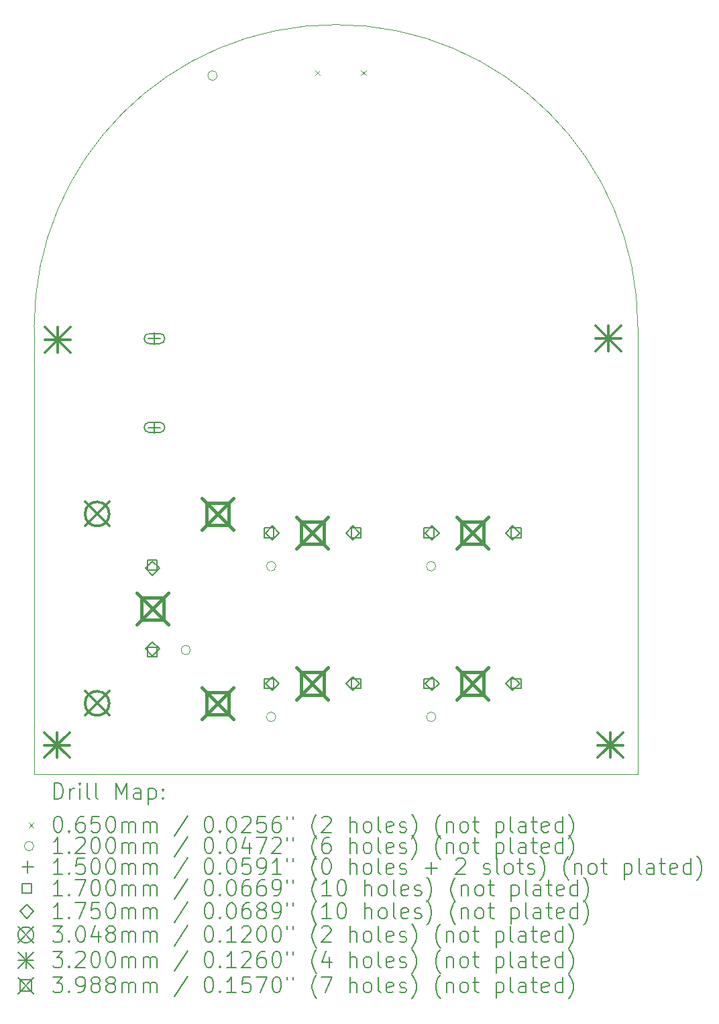
<source format=gbr>
%FSLAX45Y45*%
G04 Gerber Fmt 4.5, Leading zero omitted, Abs format (unit mm)*
G04 Created by KiCad (PCBNEW (6.0.2)) date 2022-05-21 08:25:41*
%MOMM*%
%LPD*%
G01*
G04 APERTURE LIST*
%TA.AperFunction,Profile*%
%ADD10C,0.100000*%
%TD*%
%ADD11C,0.200000*%
%ADD12C,0.065000*%
%ADD13C,0.120000*%
%ADD14C,0.150000*%
%ADD15C,0.170000*%
%ADD16C,0.175000*%
%ADD17C,0.304800*%
%ADD18C,0.320000*%
%ADD19C,0.398780*%
G04 APERTURE END LIST*
D10*
X9263000Y-13505400D02*
X16883000Y-13505400D01*
X16883000Y-7866600D02*
G75*
G03*
X9263000Y-7866600I-3810000J0D01*
G01*
X9263000Y-13505400D02*
X9263000Y-7866600D01*
X16883000Y-13505400D02*
X16883000Y-7866600D01*
D11*
D12*
X12807500Y-4633250D02*
X12872500Y-4698250D01*
X12872500Y-4633250D02*
X12807500Y-4698250D01*
X13385500Y-4633250D02*
X13450500Y-4698250D01*
X13450500Y-4633250D02*
X13385500Y-4698250D01*
D13*
X11236200Y-11941800D02*
G75*
G03*
X11236200Y-11941800I-60000J0D01*
G01*
X11573300Y-4699250D02*
G75*
G03*
X11573300Y-4699250I-60000J0D01*
G01*
X12314200Y-10884800D02*
G75*
G03*
X12314200Y-10884800I-60000J0D01*
G01*
X12314200Y-12784800D02*
G75*
G03*
X12314200Y-12784800I-60000J0D01*
G01*
X14334200Y-10884800D02*
G75*
G03*
X14334200Y-10884800I-60000J0D01*
G01*
X14334200Y-12784800D02*
G75*
G03*
X14334200Y-12784800I-60000J0D01*
G01*
D14*
X10781600Y-7940000D02*
X10781600Y-8090000D01*
X10706600Y-8015000D02*
X10856600Y-8015000D01*
D11*
X10716600Y-8080000D02*
X10846600Y-8080000D01*
X10716600Y-7950000D02*
X10846600Y-7950000D01*
X10846600Y-8080000D02*
G75*
G03*
X10846600Y-7950000I0J65000D01*
G01*
X10716600Y-7950000D02*
G75*
G03*
X10716600Y-8080000I0J-65000D01*
G01*
D14*
X10781600Y-9060000D02*
X10781600Y-9210000D01*
X10706600Y-9135000D02*
X10856600Y-9135000D01*
D11*
X10716600Y-9200000D02*
X10846600Y-9200000D01*
X10716600Y-9070000D02*
X10846600Y-9070000D01*
X10846600Y-9200000D02*
G75*
G03*
X10846600Y-9070000I0J65000D01*
G01*
X10716600Y-9070000D02*
G75*
G03*
X10716600Y-9200000I0J-65000D01*
G01*
D15*
X10816305Y-10929905D02*
X10816305Y-10809695D01*
X10696095Y-10809695D01*
X10696095Y-10929905D01*
X10816305Y-10929905D01*
X10816305Y-12029905D02*
X10816305Y-11909695D01*
X10696095Y-11909695D01*
X10696095Y-12029905D01*
X10816305Y-12029905D01*
X12286305Y-10524905D02*
X12286305Y-10404695D01*
X12166095Y-10404695D01*
X12166095Y-10524905D01*
X12286305Y-10524905D01*
X12286305Y-12424905D02*
X12286305Y-12304695D01*
X12166095Y-12304695D01*
X12166095Y-12424905D01*
X12286305Y-12424905D01*
X13386305Y-10524905D02*
X13386305Y-10404695D01*
X13266095Y-10404695D01*
X13266095Y-10524905D01*
X13386305Y-10524905D01*
X13386305Y-12424905D02*
X13386305Y-12304695D01*
X13266095Y-12304695D01*
X13266095Y-12424905D01*
X13386305Y-12424905D01*
X14306305Y-10524905D02*
X14306305Y-10404695D01*
X14186095Y-10404695D01*
X14186095Y-10524905D01*
X14306305Y-10524905D01*
X14306305Y-12424905D02*
X14306305Y-12304695D01*
X14186095Y-12304695D01*
X14186095Y-12424905D01*
X14306305Y-12424905D01*
X15406305Y-10524905D02*
X15406305Y-10404695D01*
X15286095Y-10404695D01*
X15286095Y-10524905D01*
X15406305Y-10524905D01*
X15406305Y-12424905D02*
X15406305Y-12304695D01*
X15286095Y-12304695D01*
X15286095Y-12424905D01*
X15406305Y-12424905D01*
D16*
X10756200Y-10999300D02*
X10843700Y-10911800D01*
X10756200Y-10824300D01*
X10668700Y-10911800D01*
X10756200Y-10999300D01*
X10756200Y-12015300D02*
X10843700Y-11927800D01*
X10756200Y-11840300D01*
X10668700Y-11927800D01*
X10756200Y-12015300D01*
X12268200Y-10552300D02*
X12355700Y-10464800D01*
X12268200Y-10377300D01*
X12180700Y-10464800D01*
X12268200Y-10552300D01*
X12268200Y-12452300D02*
X12355700Y-12364800D01*
X12268200Y-12277300D01*
X12180700Y-12364800D01*
X12268200Y-12452300D01*
X13284200Y-10552300D02*
X13371700Y-10464800D01*
X13284200Y-10377300D01*
X13196700Y-10464800D01*
X13284200Y-10552300D01*
X13284200Y-12452300D02*
X13371700Y-12364800D01*
X13284200Y-12277300D01*
X13196700Y-12364800D01*
X13284200Y-12452300D01*
X14288200Y-10552300D02*
X14375700Y-10464800D01*
X14288200Y-10377300D01*
X14200700Y-10464800D01*
X14288200Y-10552300D01*
X14288200Y-12452300D02*
X14375700Y-12364800D01*
X14288200Y-12277300D01*
X14200700Y-12364800D01*
X14288200Y-12452300D01*
X15304200Y-10552300D02*
X15391700Y-10464800D01*
X15304200Y-10377300D01*
X15216700Y-10464800D01*
X15304200Y-10552300D01*
X15304200Y-12452300D02*
X15391700Y-12364800D01*
X15304200Y-12277300D01*
X15216700Y-12364800D01*
X15304200Y-12452300D01*
D17*
X9905300Y-10073600D02*
X10210100Y-10378400D01*
X10210100Y-10073600D02*
X9905300Y-10378400D01*
X10210100Y-10226000D02*
G75*
G03*
X10210100Y-10226000I-152400J0D01*
G01*
X9905300Y-12461200D02*
X10210100Y-12766000D01*
X10210100Y-12461200D02*
X9905300Y-12766000D01*
X10210100Y-12613600D02*
G75*
G03*
X10210100Y-12613600I-152400J0D01*
G01*
D18*
X9392000Y-12980000D02*
X9712000Y-13300000D01*
X9712000Y-12980000D02*
X9392000Y-13300000D01*
X9552000Y-12980000D02*
X9552000Y-13300000D01*
X9392000Y-13140000D02*
X9712000Y-13140000D01*
X9398000Y-7871000D02*
X9718000Y-8191000D01*
X9718000Y-7871000D02*
X9398000Y-8191000D01*
X9558000Y-7871000D02*
X9558000Y-8191000D01*
X9398000Y-8031000D02*
X9718000Y-8031000D01*
X16352000Y-7855000D02*
X16672000Y-8175000D01*
X16672000Y-7855000D02*
X16352000Y-8175000D01*
X16512000Y-7855000D02*
X16512000Y-8175000D01*
X16352000Y-8015000D02*
X16672000Y-8015000D01*
X16377000Y-12980000D02*
X16697000Y-13300000D01*
X16697000Y-12980000D02*
X16377000Y-13300000D01*
X16537000Y-12980000D02*
X16537000Y-13300000D01*
X16377000Y-13140000D02*
X16697000Y-13140000D01*
D19*
X10556810Y-11220410D02*
X10955590Y-11619190D01*
X10955590Y-11220410D02*
X10556810Y-11619190D01*
X10897191Y-11560791D02*
X10897191Y-11278809D01*
X10615209Y-11278809D01*
X10615209Y-11560791D01*
X10897191Y-11560791D01*
X11382310Y-10026610D02*
X11781090Y-10425390D01*
X11781090Y-10026610D02*
X11382310Y-10425390D01*
X11722691Y-10366991D02*
X11722691Y-10085009D01*
X11440709Y-10085009D01*
X11440709Y-10366991D01*
X11722691Y-10366991D01*
X11382310Y-12414210D02*
X11781090Y-12812990D01*
X11781090Y-12414210D02*
X11382310Y-12812990D01*
X11722691Y-12754591D02*
X11722691Y-12472609D01*
X11440709Y-12472609D01*
X11440709Y-12754591D01*
X11722691Y-12754591D01*
X12576810Y-10265410D02*
X12975590Y-10664190D01*
X12975590Y-10265410D02*
X12576810Y-10664190D01*
X12917191Y-10605791D02*
X12917191Y-10323809D01*
X12635209Y-10323809D01*
X12635209Y-10605791D01*
X12917191Y-10605791D01*
X12576810Y-12165410D02*
X12975590Y-12564190D01*
X12975590Y-12165410D02*
X12576810Y-12564190D01*
X12917191Y-12505791D02*
X12917191Y-12223809D01*
X12635209Y-12223809D01*
X12635209Y-12505791D01*
X12917191Y-12505791D01*
X14596810Y-10265410D02*
X14995590Y-10664190D01*
X14995590Y-10265410D02*
X14596810Y-10664190D01*
X14937191Y-10605791D02*
X14937191Y-10323809D01*
X14655209Y-10323809D01*
X14655209Y-10605791D01*
X14937191Y-10605791D01*
X14596810Y-12165410D02*
X14995590Y-12564190D01*
X14995590Y-12165410D02*
X14596810Y-12564190D01*
X14937191Y-12505791D02*
X14937191Y-12223809D01*
X14655209Y-12223809D01*
X14655209Y-12505791D01*
X14937191Y-12505791D01*
D11*
X9515619Y-13820876D02*
X9515619Y-13620876D01*
X9563238Y-13620876D01*
X9591810Y-13630400D01*
X9610857Y-13649448D01*
X9620381Y-13668495D01*
X9629905Y-13706590D01*
X9629905Y-13735162D01*
X9620381Y-13773257D01*
X9610857Y-13792305D01*
X9591810Y-13811352D01*
X9563238Y-13820876D01*
X9515619Y-13820876D01*
X9715619Y-13820876D02*
X9715619Y-13687543D01*
X9715619Y-13725638D02*
X9725143Y-13706590D01*
X9734667Y-13697067D01*
X9753714Y-13687543D01*
X9772762Y-13687543D01*
X9839429Y-13820876D02*
X9839429Y-13687543D01*
X9839429Y-13620876D02*
X9829905Y-13630400D01*
X9839429Y-13639924D01*
X9848952Y-13630400D01*
X9839429Y-13620876D01*
X9839429Y-13639924D01*
X9963238Y-13820876D02*
X9944190Y-13811352D01*
X9934667Y-13792305D01*
X9934667Y-13620876D01*
X10068000Y-13820876D02*
X10048952Y-13811352D01*
X10039429Y-13792305D01*
X10039429Y-13620876D01*
X10296571Y-13820876D02*
X10296571Y-13620876D01*
X10363238Y-13763733D01*
X10429905Y-13620876D01*
X10429905Y-13820876D01*
X10610857Y-13820876D02*
X10610857Y-13716114D01*
X10601333Y-13697067D01*
X10582286Y-13687543D01*
X10544190Y-13687543D01*
X10525143Y-13697067D01*
X10610857Y-13811352D02*
X10591810Y-13820876D01*
X10544190Y-13820876D01*
X10525143Y-13811352D01*
X10515619Y-13792305D01*
X10515619Y-13773257D01*
X10525143Y-13754209D01*
X10544190Y-13744686D01*
X10591810Y-13744686D01*
X10610857Y-13735162D01*
X10706095Y-13687543D02*
X10706095Y-13887543D01*
X10706095Y-13697067D02*
X10725143Y-13687543D01*
X10763238Y-13687543D01*
X10782286Y-13697067D01*
X10791810Y-13706590D01*
X10801333Y-13725638D01*
X10801333Y-13782781D01*
X10791810Y-13801828D01*
X10782286Y-13811352D01*
X10763238Y-13820876D01*
X10725143Y-13820876D01*
X10706095Y-13811352D01*
X10887048Y-13801828D02*
X10896571Y-13811352D01*
X10887048Y-13820876D01*
X10877524Y-13811352D01*
X10887048Y-13801828D01*
X10887048Y-13820876D01*
X10887048Y-13697067D02*
X10896571Y-13706590D01*
X10887048Y-13716114D01*
X10877524Y-13706590D01*
X10887048Y-13697067D01*
X10887048Y-13716114D01*
D12*
X9193000Y-14117900D02*
X9258000Y-14182900D01*
X9258000Y-14117900D02*
X9193000Y-14182900D01*
D11*
X9553714Y-14040876D02*
X9572762Y-14040876D01*
X9591810Y-14050400D01*
X9601333Y-14059924D01*
X9610857Y-14078971D01*
X9620381Y-14117067D01*
X9620381Y-14164686D01*
X9610857Y-14202781D01*
X9601333Y-14221828D01*
X9591810Y-14231352D01*
X9572762Y-14240876D01*
X9553714Y-14240876D01*
X9534667Y-14231352D01*
X9525143Y-14221828D01*
X9515619Y-14202781D01*
X9506095Y-14164686D01*
X9506095Y-14117067D01*
X9515619Y-14078971D01*
X9525143Y-14059924D01*
X9534667Y-14050400D01*
X9553714Y-14040876D01*
X9706095Y-14221828D02*
X9715619Y-14231352D01*
X9706095Y-14240876D01*
X9696571Y-14231352D01*
X9706095Y-14221828D01*
X9706095Y-14240876D01*
X9887048Y-14040876D02*
X9848952Y-14040876D01*
X9829905Y-14050400D01*
X9820381Y-14059924D01*
X9801333Y-14088495D01*
X9791810Y-14126590D01*
X9791810Y-14202781D01*
X9801333Y-14221828D01*
X9810857Y-14231352D01*
X9829905Y-14240876D01*
X9868000Y-14240876D01*
X9887048Y-14231352D01*
X9896571Y-14221828D01*
X9906095Y-14202781D01*
X9906095Y-14155162D01*
X9896571Y-14136114D01*
X9887048Y-14126590D01*
X9868000Y-14117067D01*
X9829905Y-14117067D01*
X9810857Y-14126590D01*
X9801333Y-14136114D01*
X9791810Y-14155162D01*
X10087048Y-14040876D02*
X9991810Y-14040876D01*
X9982286Y-14136114D01*
X9991810Y-14126590D01*
X10010857Y-14117067D01*
X10058476Y-14117067D01*
X10077524Y-14126590D01*
X10087048Y-14136114D01*
X10096571Y-14155162D01*
X10096571Y-14202781D01*
X10087048Y-14221828D01*
X10077524Y-14231352D01*
X10058476Y-14240876D01*
X10010857Y-14240876D01*
X9991810Y-14231352D01*
X9982286Y-14221828D01*
X10220381Y-14040876D02*
X10239429Y-14040876D01*
X10258476Y-14050400D01*
X10268000Y-14059924D01*
X10277524Y-14078971D01*
X10287048Y-14117067D01*
X10287048Y-14164686D01*
X10277524Y-14202781D01*
X10268000Y-14221828D01*
X10258476Y-14231352D01*
X10239429Y-14240876D01*
X10220381Y-14240876D01*
X10201333Y-14231352D01*
X10191810Y-14221828D01*
X10182286Y-14202781D01*
X10172762Y-14164686D01*
X10172762Y-14117067D01*
X10182286Y-14078971D01*
X10191810Y-14059924D01*
X10201333Y-14050400D01*
X10220381Y-14040876D01*
X10372762Y-14240876D02*
X10372762Y-14107543D01*
X10372762Y-14126590D02*
X10382286Y-14117067D01*
X10401333Y-14107543D01*
X10429905Y-14107543D01*
X10448952Y-14117067D01*
X10458476Y-14136114D01*
X10458476Y-14240876D01*
X10458476Y-14136114D02*
X10468000Y-14117067D01*
X10487048Y-14107543D01*
X10515619Y-14107543D01*
X10534667Y-14117067D01*
X10544190Y-14136114D01*
X10544190Y-14240876D01*
X10639429Y-14240876D02*
X10639429Y-14107543D01*
X10639429Y-14126590D02*
X10648952Y-14117067D01*
X10668000Y-14107543D01*
X10696571Y-14107543D01*
X10715619Y-14117067D01*
X10725143Y-14136114D01*
X10725143Y-14240876D01*
X10725143Y-14136114D02*
X10734667Y-14117067D01*
X10753714Y-14107543D01*
X10782286Y-14107543D01*
X10801333Y-14117067D01*
X10810857Y-14136114D01*
X10810857Y-14240876D01*
X11201333Y-14031352D02*
X11029905Y-14288495D01*
X11458476Y-14040876D02*
X11477524Y-14040876D01*
X11496571Y-14050400D01*
X11506095Y-14059924D01*
X11515619Y-14078971D01*
X11525143Y-14117067D01*
X11525143Y-14164686D01*
X11515619Y-14202781D01*
X11506095Y-14221828D01*
X11496571Y-14231352D01*
X11477524Y-14240876D01*
X11458476Y-14240876D01*
X11439428Y-14231352D01*
X11429905Y-14221828D01*
X11420381Y-14202781D01*
X11410857Y-14164686D01*
X11410857Y-14117067D01*
X11420381Y-14078971D01*
X11429905Y-14059924D01*
X11439428Y-14050400D01*
X11458476Y-14040876D01*
X11610857Y-14221828D02*
X11620381Y-14231352D01*
X11610857Y-14240876D01*
X11601333Y-14231352D01*
X11610857Y-14221828D01*
X11610857Y-14240876D01*
X11744190Y-14040876D02*
X11763238Y-14040876D01*
X11782286Y-14050400D01*
X11791809Y-14059924D01*
X11801333Y-14078971D01*
X11810857Y-14117067D01*
X11810857Y-14164686D01*
X11801333Y-14202781D01*
X11791809Y-14221828D01*
X11782286Y-14231352D01*
X11763238Y-14240876D01*
X11744190Y-14240876D01*
X11725143Y-14231352D01*
X11715619Y-14221828D01*
X11706095Y-14202781D01*
X11696571Y-14164686D01*
X11696571Y-14117067D01*
X11706095Y-14078971D01*
X11715619Y-14059924D01*
X11725143Y-14050400D01*
X11744190Y-14040876D01*
X11887048Y-14059924D02*
X11896571Y-14050400D01*
X11915619Y-14040876D01*
X11963238Y-14040876D01*
X11982286Y-14050400D01*
X11991809Y-14059924D01*
X12001333Y-14078971D01*
X12001333Y-14098019D01*
X11991809Y-14126590D01*
X11877524Y-14240876D01*
X12001333Y-14240876D01*
X12182286Y-14040876D02*
X12087048Y-14040876D01*
X12077524Y-14136114D01*
X12087048Y-14126590D01*
X12106095Y-14117067D01*
X12153714Y-14117067D01*
X12172762Y-14126590D01*
X12182286Y-14136114D01*
X12191809Y-14155162D01*
X12191809Y-14202781D01*
X12182286Y-14221828D01*
X12172762Y-14231352D01*
X12153714Y-14240876D01*
X12106095Y-14240876D01*
X12087048Y-14231352D01*
X12077524Y-14221828D01*
X12363238Y-14040876D02*
X12325143Y-14040876D01*
X12306095Y-14050400D01*
X12296571Y-14059924D01*
X12277524Y-14088495D01*
X12268000Y-14126590D01*
X12268000Y-14202781D01*
X12277524Y-14221828D01*
X12287048Y-14231352D01*
X12306095Y-14240876D01*
X12344190Y-14240876D01*
X12363238Y-14231352D01*
X12372762Y-14221828D01*
X12382286Y-14202781D01*
X12382286Y-14155162D01*
X12372762Y-14136114D01*
X12363238Y-14126590D01*
X12344190Y-14117067D01*
X12306095Y-14117067D01*
X12287048Y-14126590D01*
X12277524Y-14136114D01*
X12268000Y-14155162D01*
X12458476Y-14040876D02*
X12458476Y-14078971D01*
X12534667Y-14040876D02*
X12534667Y-14078971D01*
X12829905Y-14317067D02*
X12820381Y-14307543D01*
X12801333Y-14278971D01*
X12791809Y-14259924D01*
X12782286Y-14231352D01*
X12772762Y-14183733D01*
X12772762Y-14145638D01*
X12782286Y-14098019D01*
X12791809Y-14069448D01*
X12801333Y-14050400D01*
X12820381Y-14021828D01*
X12829905Y-14012305D01*
X12896571Y-14059924D02*
X12906095Y-14050400D01*
X12925143Y-14040876D01*
X12972762Y-14040876D01*
X12991809Y-14050400D01*
X13001333Y-14059924D01*
X13010857Y-14078971D01*
X13010857Y-14098019D01*
X13001333Y-14126590D01*
X12887048Y-14240876D01*
X13010857Y-14240876D01*
X13248952Y-14240876D02*
X13248952Y-14040876D01*
X13334667Y-14240876D02*
X13334667Y-14136114D01*
X13325143Y-14117067D01*
X13306095Y-14107543D01*
X13277524Y-14107543D01*
X13258476Y-14117067D01*
X13248952Y-14126590D01*
X13458476Y-14240876D02*
X13439428Y-14231352D01*
X13429905Y-14221828D01*
X13420381Y-14202781D01*
X13420381Y-14145638D01*
X13429905Y-14126590D01*
X13439428Y-14117067D01*
X13458476Y-14107543D01*
X13487048Y-14107543D01*
X13506095Y-14117067D01*
X13515619Y-14126590D01*
X13525143Y-14145638D01*
X13525143Y-14202781D01*
X13515619Y-14221828D01*
X13506095Y-14231352D01*
X13487048Y-14240876D01*
X13458476Y-14240876D01*
X13639428Y-14240876D02*
X13620381Y-14231352D01*
X13610857Y-14212305D01*
X13610857Y-14040876D01*
X13791809Y-14231352D02*
X13772762Y-14240876D01*
X13734667Y-14240876D01*
X13715619Y-14231352D01*
X13706095Y-14212305D01*
X13706095Y-14136114D01*
X13715619Y-14117067D01*
X13734667Y-14107543D01*
X13772762Y-14107543D01*
X13791809Y-14117067D01*
X13801333Y-14136114D01*
X13801333Y-14155162D01*
X13706095Y-14174209D01*
X13877524Y-14231352D02*
X13896571Y-14240876D01*
X13934667Y-14240876D01*
X13953714Y-14231352D01*
X13963238Y-14212305D01*
X13963238Y-14202781D01*
X13953714Y-14183733D01*
X13934667Y-14174209D01*
X13906095Y-14174209D01*
X13887048Y-14164686D01*
X13877524Y-14145638D01*
X13877524Y-14136114D01*
X13887048Y-14117067D01*
X13906095Y-14107543D01*
X13934667Y-14107543D01*
X13953714Y-14117067D01*
X14029905Y-14317067D02*
X14039428Y-14307543D01*
X14058476Y-14278971D01*
X14068000Y-14259924D01*
X14077524Y-14231352D01*
X14087048Y-14183733D01*
X14087048Y-14145638D01*
X14077524Y-14098019D01*
X14068000Y-14069448D01*
X14058476Y-14050400D01*
X14039428Y-14021828D01*
X14029905Y-14012305D01*
X14391809Y-14317067D02*
X14382286Y-14307543D01*
X14363238Y-14278971D01*
X14353714Y-14259924D01*
X14344190Y-14231352D01*
X14334667Y-14183733D01*
X14334667Y-14145638D01*
X14344190Y-14098019D01*
X14353714Y-14069448D01*
X14363238Y-14050400D01*
X14382286Y-14021828D01*
X14391809Y-14012305D01*
X14468000Y-14107543D02*
X14468000Y-14240876D01*
X14468000Y-14126590D02*
X14477524Y-14117067D01*
X14496571Y-14107543D01*
X14525143Y-14107543D01*
X14544190Y-14117067D01*
X14553714Y-14136114D01*
X14553714Y-14240876D01*
X14677524Y-14240876D02*
X14658476Y-14231352D01*
X14648952Y-14221828D01*
X14639428Y-14202781D01*
X14639428Y-14145638D01*
X14648952Y-14126590D01*
X14658476Y-14117067D01*
X14677524Y-14107543D01*
X14706095Y-14107543D01*
X14725143Y-14117067D01*
X14734667Y-14126590D01*
X14744190Y-14145638D01*
X14744190Y-14202781D01*
X14734667Y-14221828D01*
X14725143Y-14231352D01*
X14706095Y-14240876D01*
X14677524Y-14240876D01*
X14801333Y-14107543D02*
X14877524Y-14107543D01*
X14829905Y-14040876D02*
X14829905Y-14212305D01*
X14839428Y-14231352D01*
X14858476Y-14240876D01*
X14877524Y-14240876D01*
X15096571Y-14107543D02*
X15096571Y-14307543D01*
X15096571Y-14117067D02*
X15115619Y-14107543D01*
X15153714Y-14107543D01*
X15172762Y-14117067D01*
X15182286Y-14126590D01*
X15191809Y-14145638D01*
X15191809Y-14202781D01*
X15182286Y-14221828D01*
X15172762Y-14231352D01*
X15153714Y-14240876D01*
X15115619Y-14240876D01*
X15096571Y-14231352D01*
X15306095Y-14240876D02*
X15287048Y-14231352D01*
X15277524Y-14212305D01*
X15277524Y-14040876D01*
X15468000Y-14240876D02*
X15468000Y-14136114D01*
X15458476Y-14117067D01*
X15439428Y-14107543D01*
X15401333Y-14107543D01*
X15382286Y-14117067D01*
X15468000Y-14231352D02*
X15448952Y-14240876D01*
X15401333Y-14240876D01*
X15382286Y-14231352D01*
X15372762Y-14212305D01*
X15372762Y-14193257D01*
X15382286Y-14174209D01*
X15401333Y-14164686D01*
X15448952Y-14164686D01*
X15468000Y-14155162D01*
X15534667Y-14107543D02*
X15610857Y-14107543D01*
X15563238Y-14040876D02*
X15563238Y-14212305D01*
X15572762Y-14231352D01*
X15591809Y-14240876D01*
X15610857Y-14240876D01*
X15753714Y-14231352D02*
X15734667Y-14240876D01*
X15696571Y-14240876D01*
X15677524Y-14231352D01*
X15668000Y-14212305D01*
X15668000Y-14136114D01*
X15677524Y-14117067D01*
X15696571Y-14107543D01*
X15734667Y-14107543D01*
X15753714Y-14117067D01*
X15763238Y-14136114D01*
X15763238Y-14155162D01*
X15668000Y-14174209D01*
X15934667Y-14240876D02*
X15934667Y-14040876D01*
X15934667Y-14231352D02*
X15915619Y-14240876D01*
X15877524Y-14240876D01*
X15858476Y-14231352D01*
X15848952Y-14221828D01*
X15839428Y-14202781D01*
X15839428Y-14145638D01*
X15848952Y-14126590D01*
X15858476Y-14117067D01*
X15877524Y-14107543D01*
X15915619Y-14107543D01*
X15934667Y-14117067D01*
X16010857Y-14317067D02*
X16020381Y-14307543D01*
X16039428Y-14278971D01*
X16048952Y-14259924D01*
X16058476Y-14231352D01*
X16068000Y-14183733D01*
X16068000Y-14145638D01*
X16058476Y-14098019D01*
X16048952Y-14069448D01*
X16039428Y-14050400D01*
X16020381Y-14021828D01*
X16010857Y-14012305D01*
D13*
X9258000Y-14414400D02*
G75*
G03*
X9258000Y-14414400I-60000J0D01*
G01*
D11*
X9620381Y-14504876D02*
X9506095Y-14504876D01*
X9563238Y-14504876D02*
X9563238Y-14304876D01*
X9544190Y-14333448D01*
X9525143Y-14352495D01*
X9506095Y-14362019D01*
X9706095Y-14485828D02*
X9715619Y-14495352D01*
X9706095Y-14504876D01*
X9696571Y-14495352D01*
X9706095Y-14485828D01*
X9706095Y-14504876D01*
X9791810Y-14323924D02*
X9801333Y-14314400D01*
X9820381Y-14304876D01*
X9868000Y-14304876D01*
X9887048Y-14314400D01*
X9896571Y-14323924D01*
X9906095Y-14342971D01*
X9906095Y-14362019D01*
X9896571Y-14390590D01*
X9782286Y-14504876D01*
X9906095Y-14504876D01*
X10029905Y-14304876D02*
X10048952Y-14304876D01*
X10068000Y-14314400D01*
X10077524Y-14323924D01*
X10087048Y-14342971D01*
X10096571Y-14381067D01*
X10096571Y-14428686D01*
X10087048Y-14466781D01*
X10077524Y-14485828D01*
X10068000Y-14495352D01*
X10048952Y-14504876D01*
X10029905Y-14504876D01*
X10010857Y-14495352D01*
X10001333Y-14485828D01*
X9991810Y-14466781D01*
X9982286Y-14428686D01*
X9982286Y-14381067D01*
X9991810Y-14342971D01*
X10001333Y-14323924D01*
X10010857Y-14314400D01*
X10029905Y-14304876D01*
X10220381Y-14304876D02*
X10239429Y-14304876D01*
X10258476Y-14314400D01*
X10268000Y-14323924D01*
X10277524Y-14342971D01*
X10287048Y-14381067D01*
X10287048Y-14428686D01*
X10277524Y-14466781D01*
X10268000Y-14485828D01*
X10258476Y-14495352D01*
X10239429Y-14504876D01*
X10220381Y-14504876D01*
X10201333Y-14495352D01*
X10191810Y-14485828D01*
X10182286Y-14466781D01*
X10172762Y-14428686D01*
X10172762Y-14381067D01*
X10182286Y-14342971D01*
X10191810Y-14323924D01*
X10201333Y-14314400D01*
X10220381Y-14304876D01*
X10372762Y-14504876D02*
X10372762Y-14371543D01*
X10372762Y-14390590D02*
X10382286Y-14381067D01*
X10401333Y-14371543D01*
X10429905Y-14371543D01*
X10448952Y-14381067D01*
X10458476Y-14400114D01*
X10458476Y-14504876D01*
X10458476Y-14400114D02*
X10468000Y-14381067D01*
X10487048Y-14371543D01*
X10515619Y-14371543D01*
X10534667Y-14381067D01*
X10544190Y-14400114D01*
X10544190Y-14504876D01*
X10639429Y-14504876D02*
X10639429Y-14371543D01*
X10639429Y-14390590D02*
X10648952Y-14381067D01*
X10668000Y-14371543D01*
X10696571Y-14371543D01*
X10715619Y-14381067D01*
X10725143Y-14400114D01*
X10725143Y-14504876D01*
X10725143Y-14400114D02*
X10734667Y-14381067D01*
X10753714Y-14371543D01*
X10782286Y-14371543D01*
X10801333Y-14381067D01*
X10810857Y-14400114D01*
X10810857Y-14504876D01*
X11201333Y-14295352D02*
X11029905Y-14552495D01*
X11458476Y-14304876D02*
X11477524Y-14304876D01*
X11496571Y-14314400D01*
X11506095Y-14323924D01*
X11515619Y-14342971D01*
X11525143Y-14381067D01*
X11525143Y-14428686D01*
X11515619Y-14466781D01*
X11506095Y-14485828D01*
X11496571Y-14495352D01*
X11477524Y-14504876D01*
X11458476Y-14504876D01*
X11439428Y-14495352D01*
X11429905Y-14485828D01*
X11420381Y-14466781D01*
X11410857Y-14428686D01*
X11410857Y-14381067D01*
X11420381Y-14342971D01*
X11429905Y-14323924D01*
X11439428Y-14314400D01*
X11458476Y-14304876D01*
X11610857Y-14485828D02*
X11620381Y-14495352D01*
X11610857Y-14504876D01*
X11601333Y-14495352D01*
X11610857Y-14485828D01*
X11610857Y-14504876D01*
X11744190Y-14304876D02*
X11763238Y-14304876D01*
X11782286Y-14314400D01*
X11791809Y-14323924D01*
X11801333Y-14342971D01*
X11810857Y-14381067D01*
X11810857Y-14428686D01*
X11801333Y-14466781D01*
X11791809Y-14485828D01*
X11782286Y-14495352D01*
X11763238Y-14504876D01*
X11744190Y-14504876D01*
X11725143Y-14495352D01*
X11715619Y-14485828D01*
X11706095Y-14466781D01*
X11696571Y-14428686D01*
X11696571Y-14381067D01*
X11706095Y-14342971D01*
X11715619Y-14323924D01*
X11725143Y-14314400D01*
X11744190Y-14304876D01*
X11982286Y-14371543D02*
X11982286Y-14504876D01*
X11934667Y-14295352D02*
X11887048Y-14438209D01*
X12010857Y-14438209D01*
X12068000Y-14304876D02*
X12201333Y-14304876D01*
X12115619Y-14504876D01*
X12268000Y-14323924D02*
X12277524Y-14314400D01*
X12296571Y-14304876D01*
X12344190Y-14304876D01*
X12363238Y-14314400D01*
X12372762Y-14323924D01*
X12382286Y-14342971D01*
X12382286Y-14362019D01*
X12372762Y-14390590D01*
X12258476Y-14504876D01*
X12382286Y-14504876D01*
X12458476Y-14304876D02*
X12458476Y-14342971D01*
X12534667Y-14304876D02*
X12534667Y-14342971D01*
X12829905Y-14581067D02*
X12820381Y-14571543D01*
X12801333Y-14542971D01*
X12791809Y-14523924D01*
X12782286Y-14495352D01*
X12772762Y-14447733D01*
X12772762Y-14409638D01*
X12782286Y-14362019D01*
X12791809Y-14333448D01*
X12801333Y-14314400D01*
X12820381Y-14285828D01*
X12829905Y-14276305D01*
X12991809Y-14304876D02*
X12953714Y-14304876D01*
X12934667Y-14314400D01*
X12925143Y-14323924D01*
X12906095Y-14352495D01*
X12896571Y-14390590D01*
X12896571Y-14466781D01*
X12906095Y-14485828D01*
X12915619Y-14495352D01*
X12934667Y-14504876D01*
X12972762Y-14504876D01*
X12991809Y-14495352D01*
X13001333Y-14485828D01*
X13010857Y-14466781D01*
X13010857Y-14419162D01*
X13001333Y-14400114D01*
X12991809Y-14390590D01*
X12972762Y-14381067D01*
X12934667Y-14381067D01*
X12915619Y-14390590D01*
X12906095Y-14400114D01*
X12896571Y-14419162D01*
X13248952Y-14504876D02*
X13248952Y-14304876D01*
X13334667Y-14504876D02*
X13334667Y-14400114D01*
X13325143Y-14381067D01*
X13306095Y-14371543D01*
X13277524Y-14371543D01*
X13258476Y-14381067D01*
X13248952Y-14390590D01*
X13458476Y-14504876D02*
X13439428Y-14495352D01*
X13429905Y-14485828D01*
X13420381Y-14466781D01*
X13420381Y-14409638D01*
X13429905Y-14390590D01*
X13439428Y-14381067D01*
X13458476Y-14371543D01*
X13487048Y-14371543D01*
X13506095Y-14381067D01*
X13515619Y-14390590D01*
X13525143Y-14409638D01*
X13525143Y-14466781D01*
X13515619Y-14485828D01*
X13506095Y-14495352D01*
X13487048Y-14504876D01*
X13458476Y-14504876D01*
X13639428Y-14504876D02*
X13620381Y-14495352D01*
X13610857Y-14476305D01*
X13610857Y-14304876D01*
X13791809Y-14495352D02*
X13772762Y-14504876D01*
X13734667Y-14504876D01*
X13715619Y-14495352D01*
X13706095Y-14476305D01*
X13706095Y-14400114D01*
X13715619Y-14381067D01*
X13734667Y-14371543D01*
X13772762Y-14371543D01*
X13791809Y-14381067D01*
X13801333Y-14400114D01*
X13801333Y-14419162D01*
X13706095Y-14438209D01*
X13877524Y-14495352D02*
X13896571Y-14504876D01*
X13934667Y-14504876D01*
X13953714Y-14495352D01*
X13963238Y-14476305D01*
X13963238Y-14466781D01*
X13953714Y-14447733D01*
X13934667Y-14438209D01*
X13906095Y-14438209D01*
X13887048Y-14428686D01*
X13877524Y-14409638D01*
X13877524Y-14400114D01*
X13887048Y-14381067D01*
X13906095Y-14371543D01*
X13934667Y-14371543D01*
X13953714Y-14381067D01*
X14029905Y-14581067D02*
X14039428Y-14571543D01*
X14058476Y-14542971D01*
X14068000Y-14523924D01*
X14077524Y-14495352D01*
X14087048Y-14447733D01*
X14087048Y-14409638D01*
X14077524Y-14362019D01*
X14068000Y-14333448D01*
X14058476Y-14314400D01*
X14039428Y-14285828D01*
X14029905Y-14276305D01*
X14391809Y-14581067D02*
X14382286Y-14571543D01*
X14363238Y-14542971D01*
X14353714Y-14523924D01*
X14344190Y-14495352D01*
X14334667Y-14447733D01*
X14334667Y-14409638D01*
X14344190Y-14362019D01*
X14353714Y-14333448D01*
X14363238Y-14314400D01*
X14382286Y-14285828D01*
X14391809Y-14276305D01*
X14468000Y-14371543D02*
X14468000Y-14504876D01*
X14468000Y-14390590D02*
X14477524Y-14381067D01*
X14496571Y-14371543D01*
X14525143Y-14371543D01*
X14544190Y-14381067D01*
X14553714Y-14400114D01*
X14553714Y-14504876D01*
X14677524Y-14504876D02*
X14658476Y-14495352D01*
X14648952Y-14485828D01*
X14639428Y-14466781D01*
X14639428Y-14409638D01*
X14648952Y-14390590D01*
X14658476Y-14381067D01*
X14677524Y-14371543D01*
X14706095Y-14371543D01*
X14725143Y-14381067D01*
X14734667Y-14390590D01*
X14744190Y-14409638D01*
X14744190Y-14466781D01*
X14734667Y-14485828D01*
X14725143Y-14495352D01*
X14706095Y-14504876D01*
X14677524Y-14504876D01*
X14801333Y-14371543D02*
X14877524Y-14371543D01*
X14829905Y-14304876D02*
X14829905Y-14476305D01*
X14839428Y-14495352D01*
X14858476Y-14504876D01*
X14877524Y-14504876D01*
X15096571Y-14371543D02*
X15096571Y-14571543D01*
X15096571Y-14381067D02*
X15115619Y-14371543D01*
X15153714Y-14371543D01*
X15172762Y-14381067D01*
X15182286Y-14390590D01*
X15191809Y-14409638D01*
X15191809Y-14466781D01*
X15182286Y-14485828D01*
X15172762Y-14495352D01*
X15153714Y-14504876D01*
X15115619Y-14504876D01*
X15096571Y-14495352D01*
X15306095Y-14504876D02*
X15287048Y-14495352D01*
X15277524Y-14476305D01*
X15277524Y-14304876D01*
X15468000Y-14504876D02*
X15468000Y-14400114D01*
X15458476Y-14381067D01*
X15439428Y-14371543D01*
X15401333Y-14371543D01*
X15382286Y-14381067D01*
X15468000Y-14495352D02*
X15448952Y-14504876D01*
X15401333Y-14504876D01*
X15382286Y-14495352D01*
X15372762Y-14476305D01*
X15372762Y-14457257D01*
X15382286Y-14438209D01*
X15401333Y-14428686D01*
X15448952Y-14428686D01*
X15468000Y-14419162D01*
X15534667Y-14371543D02*
X15610857Y-14371543D01*
X15563238Y-14304876D02*
X15563238Y-14476305D01*
X15572762Y-14495352D01*
X15591809Y-14504876D01*
X15610857Y-14504876D01*
X15753714Y-14495352D02*
X15734667Y-14504876D01*
X15696571Y-14504876D01*
X15677524Y-14495352D01*
X15668000Y-14476305D01*
X15668000Y-14400114D01*
X15677524Y-14381067D01*
X15696571Y-14371543D01*
X15734667Y-14371543D01*
X15753714Y-14381067D01*
X15763238Y-14400114D01*
X15763238Y-14419162D01*
X15668000Y-14438209D01*
X15934667Y-14504876D02*
X15934667Y-14304876D01*
X15934667Y-14495352D02*
X15915619Y-14504876D01*
X15877524Y-14504876D01*
X15858476Y-14495352D01*
X15848952Y-14485828D01*
X15839428Y-14466781D01*
X15839428Y-14409638D01*
X15848952Y-14390590D01*
X15858476Y-14381067D01*
X15877524Y-14371543D01*
X15915619Y-14371543D01*
X15934667Y-14381067D01*
X16010857Y-14581067D02*
X16020381Y-14571543D01*
X16039428Y-14542971D01*
X16048952Y-14523924D01*
X16058476Y-14495352D01*
X16068000Y-14447733D01*
X16068000Y-14409638D01*
X16058476Y-14362019D01*
X16048952Y-14333448D01*
X16039428Y-14314400D01*
X16020381Y-14285828D01*
X16010857Y-14276305D01*
D14*
X9183000Y-14603400D02*
X9183000Y-14753400D01*
X9108000Y-14678400D02*
X9258000Y-14678400D01*
D11*
X9620381Y-14768876D02*
X9506095Y-14768876D01*
X9563238Y-14768876D02*
X9563238Y-14568876D01*
X9544190Y-14597448D01*
X9525143Y-14616495D01*
X9506095Y-14626019D01*
X9706095Y-14749828D02*
X9715619Y-14759352D01*
X9706095Y-14768876D01*
X9696571Y-14759352D01*
X9706095Y-14749828D01*
X9706095Y-14768876D01*
X9896571Y-14568876D02*
X9801333Y-14568876D01*
X9791810Y-14664114D01*
X9801333Y-14654590D01*
X9820381Y-14645067D01*
X9868000Y-14645067D01*
X9887048Y-14654590D01*
X9896571Y-14664114D01*
X9906095Y-14683162D01*
X9906095Y-14730781D01*
X9896571Y-14749828D01*
X9887048Y-14759352D01*
X9868000Y-14768876D01*
X9820381Y-14768876D01*
X9801333Y-14759352D01*
X9791810Y-14749828D01*
X10029905Y-14568876D02*
X10048952Y-14568876D01*
X10068000Y-14578400D01*
X10077524Y-14587924D01*
X10087048Y-14606971D01*
X10096571Y-14645067D01*
X10096571Y-14692686D01*
X10087048Y-14730781D01*
X10077524Y-14749828D01*
X10068000Y-14759352D01*
X10048952Y-14768876D01*
X10029905Y-14768876D01*
X10010857Y-14759352D01*
X10001333Y-14749828D01*
X9991810Y-14730781D01*
X9982286Y-14692686D01*
X9982286Y-14645067D01*
X9991810Y-14606971D01*
X10001333Y-14587924D01*
X10010857Y-14578400D01*
X10029905Y-14568876D01*
X10220381Y-14568876D02*
X10239429Y-14568876D01*
X10258476Y-14578400D01*
X10268000Y-14587924D01*
X10277524Y-14606971D01*
X10287048Y-14645067D01*
X10287048Y-14692686D01*
X10277524Y-14730781D01*
X10268000Y-14749828D01*
X10258476Y-14759352D01*
X10239429Y-14768876D01*
X10220381Y-14768876D01*
X10201333Y-14759352D01*
X10191810Y-14749828D01*
X10182286Y-14730781D01*
X10172762Y-14692686D01*
X10172762Y-14645067D01*
X10182286Y-14606971D01*
X10191810Y-14587924D01*
X10201333Y-14578400D01*
X10220381Y-14568876D01*
X10372762Y-14768876D02*
X10372762Y-14635543D01*
X10372762Y-14654590D02*
X10382286Y-14645067D01*
X10401333Y-14635543D01*
X10429905Y-14635543D01*
X10448952Y-14645067D01*
X10458476Y-14664114D01*
X10458476Y-14768876D01*
X10458476Y-14664114D02*
X10468000Y-14645067D01*
X10487048Y-14635543D01*
X10515619Y-14635543D01*
X10534667Y-14645067D01*
X10544190Y-14664114D01*
X10544190Y-14768876D01*
X10639429Y-14768876D02*
X10639429Y-14635543D01*
X10639429Y-14654590D02*
X10648952Y-14645067D01*
X10668000Y-14635543D01*
X10696571Y-14635543D01*
X10715619Y-14645067D01*
X10725143Y-14664114D01*
X10725143Y-14768876D01*
X10725143Y-14664114D02*
X10734667Y-14645067D01*
X10753714Y-14635543D01*
X10782286Y-14635543D01*
X10801333Y-14645067D01*
X10810857Y-14664114D01*
X10810857Y-14768876D01*
X11201333Y-14559352D02*
X11029905Y-14816495D01*
X11458476Y-14568876D02*
X11477524Y-14568876D01*
X11496571Y-14578400D01*
X11506095Y-14587924D01*
X11515619Y-14606971D01*
X11525143Y-14645067D01*
X11525143Y-14692686D01*
X11515619Y-14730781D01*
X11506095Y-14749828D01*
X11496571Y-14759352D01*
X11477524Y-14768876D01*
X11458476Y-14768876D01*
X11439428Y-14759352D01*
X11429905Y-14749828D01*
X11420381Y-14730781D01*
X11410857Y-14692686D01*
X11410857Y-14645067D01*
X11420381Y-14606971D01*
X11429905Y-14587924D01*
X11439428Y-14578400D01*
X11458476Y-14568876D01*
X11610857Y-14749828D02*
X11620381Y-14759352D01*
X11610857Y-14768876D01*
X11601333Y-14759352D01*
X11610857Y-14749828D01*
X11610857Y-14768876D01*
X11744190Y-14568876D02*
X11763238Y-14568876D01*
X11782286Y-14578400D01*
X11791809Y-14587924D01*
X11801333Y-14606971D01*
X11810857Y-14645067D01*
X11810857Y-14692686D01*
X11801333Y-14730781D01*
X11791809Y-14749828D01*
X11782286Y-14759352D01*
X11763238Y-14768876D01*
X11744190Y-14768876D01*
X11725143Y-14759352D01*
X11715619Y-14749828D01*
X11706095Y-14730781D01*
X11696571Y-14692686D01*
X11696571Y-14645067D01*
X11706095Y-14606971D01*
X11715619Y-14587924D01*
X11725143Y-14578400D01*
X11744190Y-14568876D01*
X11991809Y-14568876D02*
X11896571Y-14568876D01*
X11887048Y-14664114D01*
X11896571Y-14654590D01*
X11915619Y-14645067D01*
X11963238Y-14645067D01*
X11982286Y-14654590D01*
X11991809Y-14664114D01*
X12001333Y-14683162D01*
X12001333Y-14730781D01*
X11991809Y-14749828D01*
X11982286Y-14759352D01*
X11963238Y-14768876D01*
X11915619Y-14768876D01*
X11896571Y-14759352D01*
X11887048Y-14749828D01*
X12096571Y-14768876D02*
X12134667Y-14768876D01*
X12153714Y-14759352D01*
X12163238Y-14749828D01*
X12182286Y-14721257D01*
X12191809Y-14683162D01*
X12191809Y-14606971D01*
X12182286Y-14587924D01*
X12172762Y-14578400D01*
X12153714Y-14568876D01*
X12115619Y-14568876D01*
X12096571Y-14578400D01*
X12087048Y-14587924D01*
X12077524Y-14606971D01*
X12077524Y-14654590D01*
X12087048Y-14673638D01*
X12096571Y-14683162D01*
X12115619Y-14692686D01*
X12153714Y-14692686D01*
X12172762Y-14683162D01*
X12182286Y-14673638D01*
X12191809Y-14654590D01*
X12382286Y-14768876D02*
X12268000Y-14768876D01*
X12325143Y-14768876D02*
X12325143Y-14568876D01*
X12306095Y-14597448D01*
X12287048Y-14616495D01*
X12268000Y-14626019D01*
X12458476Y-14568876D02*
X12458476Y-14606971D01*
X12534667Y-14568876D02*
X12534667Y-14606971D01*
X12829905Y-14845067D02*
X12820381Y-14835543D01*
X12801333Y-14806971D01*
X12791809Y-14787924D01*
X12782286Y-14759352D01*
X12772762Y-14711733D01*
X12772762Y-14673638D01*
X12782286Y-14626019D01*
X12791809Y-14597448D01*
X12801333Y-14578400D01*
X12820381Y-14549828D01*
X12829905Y-14540305D01*
X12944190Y-14568876D02*
X12963238Y-14568876D01*
X12982286Y-14578400D01*
X12991809Y-14587924D01*
X13001333Y-14606971D01*
X13010857Y-14645067D01*
X13010857Y-14692686D01*
X13001333Y-14730781D01*
X12991809Y-14749828D01*
X12982286Y-14759352D01*
X12963238Y-14768876D01*
X12944190Y-14768876D01*
X12925143Y-14759352D01*
X12915619Y-14749828D01*
X12906095Y-14730781D01*
X12896571Y-14692686D01*
X12896571Y-14645067D01*
X12906095Y-14606971D01*
X12915619Y-14587924D01*
X12925143Y-14578400D01*
X12944190Y-14568876D01*
X13248952Y-14768876D02*
X13248952Y-14568876D01*
X13334667Y-14768876D02*
X13334667Y-14664114D01*
X13325143Y-14645067D01*
X13306095Y-14635543D01*
X13277524Y-14635543D01*
X13258476Y-14645067D01*
X13248952Y-14654590D01*
X13458476Y-14768876D02*
X13439428Y-14759352D01*
X13429905Y-14749828D01*
X13420381Y-14730781D01*
X13420381Y-14673638D01*
X13429905Y-14654590D01*
X13439428Y-14645067D01*
X13458476Y-14635543D01*
X13487048Y-14635543D01*
X13506095Y-14645067D01*
X13515619Y-14654590D01*
X13525143Y-14673638D01*
X13525143Y-14730781D01*
X13515619Y-14749828D01*
X13506095Y-14759352D01*
X13487048Y-14768876D01*
X13458476Y-14768876D01*
X13639428Y-14768876D02*
X13620381Y-14759352D01*
X13610857Y-14740305D01*
X13610857Y-14568876D01*
X13791809Y-14759352D02*
X13772762Y-14768876D01*
X13734667Y-14768876D01*
X13715619Y-14759352D01*
X13706095Y-14740305D01*
X13706095Y-14664114D01*
X13715619Y-14645067D01*
X13734667Y-14635543D01*
X13772762Y-14635543D01*
X13791809Y-14645067D01*
X13801333Y-14664114D01*
X13801333Y-14683162D01*
X13706095Y-14702209D01*
X13877524Y-14759352D02*
X13896571Y-14768876D01*
X13934667Y-14768876D01*
X13953714Y-14759352D01*
X13963238Y-14740305D01*
X13963238Y-14730781D01*
X13953714Y-14711733D01*
X13934667Y-14702209D01*
X13906095Y-14702209D01*
X13887048Y-14692686D01*
X13877524Y-14673638D01*
X13877524Y-14664114D01*
X13887048Y-14645067D01*
X13906095Y-14635543D01*
X13934667Y-14635543D01*
X13953714Y-14645067D01*
X14201333Y-14692686D02*
X14353714Y-14692686D01*
X14277524Y-14768876D02*
X14277524Y-14616495D01*
X14591809Y-14587924D02*
X14601333Y-14578400D01*
X14620381Y-14568876D01*
X14668000Y-14568876D01*
X14687048Y-14578400D01*
X14696571Y-14587924D01*
X14706095Y-14606971D01*
X14706095Y-14626019D01*
X14696571Y-14654590D01*
X14582286Y-14768876D01*
X14706095Y-14768876D01*
X14934667Y-14759352D02*
X14953714Y-14768876D01*
X14991809Y-14768876D01*
X15010857Y-14759352D01*
X15020381Y-14740305D01*
X15020381Y-14730781D01*
X15010857Y-14711733D01*
X14991809Y-14702209D01*
X14963238Y-14702209D01*
X14944190Y-14692686D01*
X14934667Y-14673638D01*
X14934667Y-14664114D01*
X14944190Y-14645067D01*
X14963238Y-14635543D01*
X14991809Y-14635543D01*
X15010857Y-14645067D01*
X15134667Y-14768876D02*
X15115619Y-14759352D01*
X15106095Y-14740305D01*
X15106095Y-14568876D01*
X15239428Y-14768876D02*
X15220381Y-14759352D01*
X15210857Y-14749828D01*
X15201333Y-14730781D01*
X15201333Y-14673638D01*
X15210857Y-14654590D01*
X15220381Y-14645067D01*
X15239428Y-14635543D01*
X15268000Y-14635543D01*
X15287048Y-14645067D01*
X15296571Y-14654590D01*
X15306095Y-14673638D01*
X15306095Y-14730781D01*
X15296571Y-14749828D01*
X15287048Y-14759352D01*
X15268000Y-14768876D01*
X15239428Y-14768876D01*
X15363238Y-14635543D02*
X15439428Y-14635543D01*
X15391809Y-14568876D02*
X15391809Y-14740305D01*
X15401333Y-14759352D01*
X15420381Y-14768876D01*
X15439428Y-14768876D01*
X15496571Y-14759352D02*
X15515619Y-14768876D01*
X15553714Y-14768876D01*
X15572762Y-14759352D01*
X15582286Y-14740305D01*
X15582286Y-14730781D01*
X15572762Y-14711733D01*
X15553714Y-14702209D01*
X15525143Y-14702209D01*
X15506095Y-14692686D01*
X15496571Y-14673638D01*
X15496571Y-14664114D01*
X15506095Y-14645067D01*
X15525143Y-14635543D01*
X15553714Y-14635543D01*
X15572762Y-14645067D01*
X15648952Y-14845067D02*
X15658476Y-14835543D01*
X15677524Y-14806971D01*
X15687048Y-14787924D01*
X15696571Y-14759352D01*
X15706095Y-14711733D01*
X15706095Y-14673638D01*
X15696571Y-14626019D01*
X15687048Y-14597448D01*
X15677524Y-14578400D01*
X15658476Y-14549828D01*
X15648952Y-14540305D01*
X16010857Y-14845067D02*
X16001333Y-14835543D01*
X15982286Y-14806971D01*
X15972762Y-14787924D01*
X15963238Y-14759352D01*
X15953714Y-14711733D01*
X15953714Y-14673638D01*
X15963238Y-14626019D01*
X15972762Y-14597448D01*
X15982286Y-14578400D01*
X16001333Y-14549828D01*
X16010857Y-14540305D01*
X16087048Y-14635543D02*
X16087048Y-14768876D01*
X16087048Y-14654590D02*
X16096571Y-14645067D01*
X16115619Y-14635543D01*
X16144190Y-14635543D01*
X16163238Y-14645067D01*
X16172762Y-14664114D01*
X16172762Y-14768876D01*
X16296571Y-14768876D02*
X16277524Y-14759352D01*
X16268000Y-14749828D01*
X16258476Y-14730781D01*
X16258476Y-14673638D01*
X16268000Y-14654590D01*
X16277524Y-14645067D01*
X16296571Y-14635543D01*
X16325143Y-14635543D01*
X16344190Y-14645067D01*
X16353714Y-14654590D01*
X16363238Y-14673638D01*
X16363238Y-14730781D01*
X16353714Y-14749828D01*
X16344190Y-14759352D01*
X16325143Y-14768876D01*
X16296571Y-14768876D01*
X16420381Y-14635543D02*
X16496571Y-14635543D01*
X16448952Y-14568876D02*
X16448952Y-14740305D01*
X16458476Y-14759352D01*
X16477524Y-14768876D01*
X16496571Y-14768876D01*
X16715619Y-14635543D02*
X16715619Y-14835543D01*
X16715619Y-14645067D02*
X16734667Y-14635543D01*
X16772762Y-14635543D01*
X16791810Y-14645067D01*
X16801333Y-14654590D01*
X16810857Y-14673638D01*
X16810857Y-14730781D01*
X16801333Y-14749828D01*
X16791810Y-14759352D01*
X16772762Y-14768876D01*
X16734667Y-14768876D01*
X16715619Y-14759352D01*
X16925143Y-14768876D02*
X16906095Y-14759352D01*
X16896571Y-14740305D01*
X16896571Y-14568876D01*
X17087048Y-14768876D02*
X17087048Y-14664114D01*
X17077524Y-14645067D01*
X17058476Y-14635543D01*
X17020381Y-14635543D01*
X17001333Y-14645067D01*
X17087048Y-14759352D02*
X17068000Y-14768876D01*
X17020381Y-14768876D01*
X17001333Y-14759352D01*
X16991810Y-14740305D01*
X16991810Y-14721257D01*
X17001333Y-14702209D01*
X17020381Y-14692686D01*
X17068000Y-14692686D01*
X17087048Y-14683162D01*
X17153714Y-14635543D02*
X17229905Y-14635543D01*
X17182286Y-14568876D02*
X17182286Y-14740305D01*
X17191810Y-14759352D01*
X17210857Y-14768876D01*
X17229905Y-14768876D01*
X17372762Y-14759352D02*
X17353714Y-14768876D01*
X17315619Y-14768876D01*
X17296571Y-14759352D01*
X17287048Y-14740305D01*
X17287048Y-14664114D01*
X17296571Y-14645067D01*
X17315619Y-14635543D01*
X17353714Y-14635543D01*
X17372762Y-14645067D01*
X17382286Y-14664114D01*
X17382286Y-14683162D01*
X17287048Y-14702209D01*
X17553714Y-14768876D02*
X17553714Y-14568876D01*
X17553714Y-14759352D02*
X17534667Y-14768876D01*
X17496571Y-14768876D01*
X17477524Y-14759352D01*
X17468000Y-14749828D01*
X17458476Y-14730781D01*
X17458476Y-14673638D01*
X17468000Y-14654590D01*
X17477524Y-14645067D01*
X17496571Y-14635543D01*
X17534667Y-14635543D01*
X17553714Y-14645067D01*
X17629905Y-14845067D02*
X17639429Y-14835543D01*
X17658476Y-14806971D01*
X17668000Y-14787924D01*
X17677524Y-14759352D01*
X17687048Y-14711733D01*
X17687048Y-14673638D01*
X17677524Y-14626019D01*
X17668000Y-14597448D01*
X17658476Y-14578400D01*
X17639429Y-14549828D01*
X17629905Y-14540305D01*
D15*
X9233105Y-15008505D02*
X9233105Y-14888295D01*
X9112895Y-14888295D01*
X9112895Y-15008505D01*
X9233105Y-15008505D01*
D11*
X9620381Y-15038876D02*
X9506095Y-15038876D01*
X9563238Y-15038876D02*
X9563238Y-14838876D01*
X9544190Y-14867448D01*
X9525143Y-14886495D01*
X9506095Y-14896019D01*
X9706095Y-15019828D02*
X9715619Y-15029352D01*
X9706095Y-15038876D01*
X9696571Y-15029352D01*
X9706095Y-15019828D01*
X9706095Y-15038876D01*
X9782286Y-14838876D02*
X9915619Y-14838876D01*
X9829905Y-15038876D01*
X10029905Y-14838876D02*
X10048952Y-14838876D01*
X10068000Y-14848400D01*
X10077524Y-14857924D01*
X10087048Y-14876971D01*
X10096571Y-14915067D01*
X10096571Y-14962686D01*
X10087048Y-15000781D01*
X10077524Y-15019828D01*
X10068000Y-15029352D01*
X10048952Y-15038876D01*
X10029905Y-15038876D01*
X10010857Y-15029352D01*
X10001333Y-15019828D01*
X9991810Y-15000781D01*
X9982286Y-14962686D01*
X9982286Y-14915067D01*
X9991810Y-14876971D01*
X10001333Y-14857924D01*
X10010857Y-14848400D01*
X10029905Y-14838876D01*
X10220381Y-14838876D02*
X10239429Y-14838876D01*
X10258476Y-14848400D01*
X10268000Y-14857924D01*
X10277524Y-14876971D01*
X10287048Y-14915067D01*
X10287048Y-14962686D01*
X10277524Y-15000781D01*
X10268000Y-15019828D01*
X10258476Y-15029352D01*
X10239429Y-15038876D01*
X10220381Y-15038876D01*
X10201333Y-15029352D01*
X10191810Y-15019828D01*
X10182286Y-15000781D01*
X10172762Y-14962686D01*
X10172762Y-14915067D01*
X10182286Y-14876971D01*
X10191810Y-14857924D01*
X10201333Y-14848400D01*
X10220381Y-14838876D01*
X10372762Y-15038876D02*
X10372762Y-14905543D01*
X10372762Y-14924590D02*
X10382286Y-14915067D01*
X10401333Y-14905543D01*
X10429905Y-14905543D01*
X10448952Y-14915067D01*
X10458476Y-14934114D01*
X10458476Y-15038876D01*
X10458476Y-14934114D02*
X10468000Y-14915067D01*
X10487048Y-14905543D01*
X10515619Y-14905543D01*
X10534667Y-14915067D01*
X10544190Y-14934114D01*
X10544190Y-15038876D01*
X10639429Y-15038876D02*
X10639429Y-14905543D01*
X10639429Y-14924590D02*
X10648952Y-14915067D01*
X10668000Y-14905543D01*
X10696571Y-14905543D01*
X10715619Y-14915067D01*
X10725143Y-14934114D01*
X10725143Y-15038876D01*
X10725143Y-14934114D02*
X10734667Y-14915067D01*
X10753714Y-14905543D01*
X10782286Y-14905543D01*
X10801333Y-14915067D01*
X10810857Y-14934114D01*
X10810857Y-15038876D01*
X11201333Y-14829352D02*
X11029905Y-15086495D01*
X11458476Y-14838876D02*
X11477524Y-14838876D01*
X11496571Y-14848400D01*
X11506095Y-14857924D01*
X11515619Y-14876971D01*
X11525143Y-14915067D01*
X11525143Y-14962686D01*
X11515619Y-15000781D01*
X11506095Y-15019828D01*
X11496571Y-15029352D01*
X11477524Y-15038876D01*
X11458476Y-15038876D01*
X11439428Y-15029352D01*
X11429905Y-15019828D01*
X11420381Y-15000781D01*
X11410857Y-14962686D01*
X11410857Y-14915067D01*
X11420381Y-14876971D01*
X11429905Y-14857924D01*
X11439428Y-14848400D01*
X11458476Y-14838876D01*
X11610857Y-15019828D02*
X11620381Y-15029352D01*
X11610857Y-15038876D01*
X11601333Y-15029352D01*
X11610857Y-15019828D01*
X11610857Y-15038876D01*
X11744190Y-14838876D02*
X11763238Y-14838876D01*
X11782286Y-14848400D01*
X11791809Y-14857924D01*
X11801333Y-14876971D01*
X11810857Y-14915067D01*
X11810857Y-14962686D01*
X11801333Y-15000781D01*
X11791809Y-15019828D01*
X11782286Y-15029352D01*
X11763238Y-15038876D01*
X11744190Y-15038876D01*
X11725143Y-15029352D01*
X11715619Y-15019828D01*
X11706095Y-15000781D01*
X11696571Y-14962686D01*
X11696571Y-14915067D01*
X11706095Y-14876971D01*
X11715619Y-14857924D01*
X11725143Y-14848400D01*
X11744190Y-14838876D01*
X11982286Y-14838876D02*
X11944190Y-14838876D01*
X11925143Y-14848400D01*
X11915619Y-14857924D01*
X11896571Y-14886495D01*
X11887048Y-14924590D01*
X11887048Y-15000781D01*
X11896571Y-15019828D01*
X11906095Y-15029352D01*
X11925143Y-15038876D01*
X11963238Y-15038876D01*
X11982286Y-15029352D01*
X11991809Y-15019828D01*
X12001333Y-15000781D01*
X12001333Y-14953162D01*
X11991809Y-14934114D01*
X11982286Y-14924590D01*
X11963238Y-14915067D01*
X11925143Y-14915067D01*
X11906095Y-14924590D01*
X11896571Y-14934114D01*
X11887048Y-14953162D01*
X12172762Y-14838876D02*
X12134667Y-14838876D01*
X12115619Y-14848400D01*
X12106095Y-14857924D01*
X12087048Y-14886495D01*
X12077524Y-14924590D01*
X12077524Y-15000781D01*
X12087048Y-15019828D01*
X12096571Y-15029352D01*
X12115619Y-15038876D01*
X12153714Y-15038876D01*
X12172762Y-15029352D01*
X12182286Y-15019828D01*
X12191809Y-15000781D01*
X12191809Y-14953162D01*
X12182286Y-14934114D01*
X12172762Y-14924590D01*
X12153714Y-14915067D01*
X12115619Y-14915067D01*
X12096571Y-14924590D01*
X12087048Y-14934114D01*
X12077524Y-14953162D01*
X12287048Y-15038876D02*
X12325143Y-15038876D01*
X12344190Y-15029352D01*
X12353714Y-15019828D01*
X12372762Y-14991257D01*
X12382286Y-14953162D01*
X12382286Y-14876971D01*
X12372762Y-14857924D01*
X12363238Y-14848400D01*
X12344190Y-14838876D01*
X12306095Y-14838876D01*
X12287048Y-14848400D01*
X12277524Y-14857924D01*
X12268000Y-14876971D01*
X12268000Y-14924590D01*
X12277524Y-14943638D01*
X12287048Y-14953162D01*
X12306095Y-14962686D01*
X12344190Y-14962686D01*
X12363238Y-14953162D01*
X12372762Y-14943638D01*
X12382286Y-14924590D01*
X12458476Y-14838876D02*
X12458476Y-14876971D01*
X12534667Y-14838876D02*
X12534667Y-14876971D01*
X12829905Y-15115067D02*
X12820381Y-15105543D01*
X12801333Y-15076971D01*
X12791809Y-15057924D01*
X12782286Y-15029352D01*
X12772762Y-14981733D01*
X12772762Y-14943638D01*
X12782286Y-14896019D01*
X12791809Y-14867448D01*
X12801333Y-14848400D01*
X12820381Y-14819828D01*
X12829905Y-14810305D01*
X13010857Y-15038876D02*
X12896571Y-15038876D01*
X12953714Y-15038876D02*
X12953714Y-14838876D01*
X12934667Y-14867448D01*
X12915619Y-14886495D01*
X12896571Y-14896019D01*
X13134667Y-14838876D02*
X13153714Y-14838876D01*
X13172762Y-14848400D01*
X13182286Y-14857924D01*
X13191809Y-14876971D01*
X13201333Y-14915067D01*
X13201333Y-14962686D01*
X13191809Y-15000781D01*
X13182286Y-15019828D01*
X13172762Y-15029352D01*
X13153714Y-15038876D01*
X13134667Y-15038876D01*
X13115619Y-15029352D01*
X13106095Y-15019828D01*
X13096571Y-15000781D01*
X13087048Y-14962686D01*
X13087048Y-14915067D01*
X13096571Y-14876971D01*
X13106095Y-14857924D01*
X13115619Y-14848400D01*
X13134667Y-14838876D01*
X13439428Y-15038876D02*
X13439428Y-14838876D01*
X13525143Y-15038876D02*
X13525143Y-14934114D01*
X13515619Y-14915067D01*
X13496571Y-14905543D01*
X13468000Y-14905543D01*
X13448952Y-14915067D01*
X13439428Y-14924590D01*
X13648952Y-15038876D02*
X13629905Y-15029352D01*
X13620381Y-15019828D01*
X13610857Y-15000781D01*
X13610857Y-14943638D01*
X13620381Y-14924590D01*
X13629905Y-14915067D01*
X13648952Y-14905543D01*
X13677524Y-14905543D01*
X13696571Y-14915067D01*
X13706095Y-14924590D01*
X13715619Y-14943638D01*
X13715619Y-15000781D01*
X13706095Y-15019828D01*
X13696571Y-15029352D01*
X13677524Y-15038876D01*
X13648952Y-15038876D01*
X13829905Y-15038876D02*
X13810857Y-15029352D01*
X13801333Y-15010305D01*
X13801333Y-14838876D01*
X13982286Y-15029352D02*
X13963238Y-15038876D01*
X13925143Y-15038876D01*
X13906095Y-15029352D01*
X13896571Y-15010305D01*
X13896571Y-14934114D01*
X13906095Y-14915067D01*
X13925143Y-14905543D01*
X13963238Y-14905543D01*
X13982286Y-14915067D01*
X13991809Y-14934114D01*
X13991809Y-14953162D01*
X13896571Y-14972209D01*
X14068000Y-15029352D02*
X14087048Y-15038876D01*
X14125143Y-15038876D01*
X14144190Y-15029352D01*
X14153714Y-15010305D01*
X14153714Y-15000781D01*
X14144190Y-14981733D01*
X14125143Y-14972209D01*
X14096571Y-14972209D01*
X14077524Y-14962686D01*
X14068000Y-14943638D01*
X14068000Y-14934114D01*
X14077524Y-14915067D01*
X14096571Y-14905543D01*
X14125143Y-14905543D01*
X14144190Y-14915067D01*
X14220381Y-15115067D02*
X14229905Y-15105543D01*
X14248952Y-15076971D01*
X14258476Y-15057924D01*
X14268000Y-15029352D01*
X14277524Y-14981733D01*
X14277524Y-14943638D01*
X14268000Y-14896019D01*
X14258476Y-14867448D01*
X14248952Y-14848400D01*
X14229905Y-14819828D01*
X14220381Y-14810305D01*
X14582286Y-15115067D02*
X14572762Y-15105543D01*
X14553714Y-15076971D01*
X14544190Y-15057924D01*
X14534667Y-15029352D01*
X14525143Y-14981733D01*
X14525143Y-14943638D01*
X14534667Y-14896019D01*
X14544190Y-14867448D01*
X14553714Y-14848400D01*
X14572762Y-14819828D01*
X14582286Y-14810305D01*
X14658476Y-14905543D02*
X14658476Y-15038876D01*
X14658476Y-14924590D02*
X14668000Y-14915067D01*
X14687048Y-14905543D01*
X14715619Y-14905543D01*
X14734667Y-14915067D01*
X14744190Y-14934114D01*
X14744190Y-15038876D01*
X14868000Y-15038876D02*
X14848952Y-15029352D01*
X14839428Y-15019828D01*
X14829905Y-15000781D01*
X14829905Y-14943638D01*
X14839428Y-14924590D01*
X14848952Y-14915067D01*
X14868000Y-14905543D01*
X14896571Y-14905543D01*
X14915619Y-14915067D01*
X14925143Y-14924590D01*
X14934667Y-14943638D01*
X14934667Y-15000781D01*
X14925143Y-15019828D01*
X14915619Y-15029352D01*
X14896571Y-15038876D01*
X14868000Y-15038876D01*
X14991809Y-14905543D02*
X15068000Y-14905543D01*
X15020381Y-14838876D02*
X15020381Y-15010305D01*
X15029905Y-15029352D01*
X15048952Y-15038876D01*
X15068000Y-15038876D01*
X15287048Y-14905543D02*
X15287048Y-15105543D01*
X15287048Y-14915067D02*
X15306095Y-14905543D01*
X15344190Y-14905543D01*
X15363238Y-14915067D01*
X15372762Y-14924590D01*
X15382286Y-14943638D01*
X15382286Y-15000781D01*
X15372762Y-15019828D01*
X15363238Y-15029352D01*
X15344190Y-15038876D01*
X15306095Y-15038876D01*
X15287048Y-15029352D01*
X15496571Y-15038876D02*
X15477524Y-15029352D01*
X15468000Y-15010305D01*
X15468000Y-14838876D01*
X15658476Y-15038876D02*
X15658476Y-14934114D01*
X15648952Y-14915067D01*
X15629905Y-14905543D01*
X15591809Y-14905543D01*
X15572762Y-14915067D01*
X15658476Y-15029352D02*
X15639428Y-15038876D01*
X15591809Y-15038876D01*
X15572762Y-15029352D01*
X15563238Y-15010305D01*
X15563238Y-14991257D01*
X15572762Y-14972209D01*
X15591809Y-14962686D01*
X15639428Y-14962686D01*
X15658476Y-14953162D01*
X15725143Y-14905543D02*
X15801333Y-14905543D01*
X15753714Y-14838876D02*
X15753714Y-15010305D01*
X15763238Y-15029352D01*
X15782286Y-15038876D01*
X15801333Y-15038876D01*
X15944190Y-15029352D02*
X15925143Y-15038876D01*
X15887048Y-15038876D01*
X15868000Y-15029352D01*
X15858476Y-15010305D01*
X15858476Y-14934114D01*
X15868000Y-14915067D01*
X15887048Y-14905543D01*
X15925143Y-14905543D01*
X15944190Y-14915067D01*
X15953714Y-14934114D01*
X15953714Y-14953162D01*
X15858476Y-14972209D01*
X16125143Y-15038876D02*
X16125143Y-14838876D01*
X16125143Y-15029352D02*
X16106095Y-15038876D01*
X16068000Y-15038876D01*
X16048952Y-15029352D01*
X16039428Y-15019828D01*
X16029905Y-15000781D01*
X16029905Y-14943638D01*
X16039428Y-14924590D01*
X16048952Y-14915067D01*
X16068000Y-14905543D01*
X16106095Y-14905543D01*
X16125143Y-14915067D01*
X16201333Y-15115067D02*
X16210857Y-15105543D01*
X16229905Y-15076971D01*
X16239428Y-15057924D01*
X16248952Y-15029352D01*
X16258476Y-14981733D01*
X16258476Y-14943638D01*
X16248952Y-14896019D01*
X16239428Y-14867448D01*
X16229905Y-14848400D01*
X16210857Y-14819828D01*
X16201333Y-14810305D01*
D16*
X9170500Y-15325900D02*
X9258000Y-15238400D01*
X9170500Y-15150900D01*
X9083000Y-15238400D01*
X9170500Y-15325900D01*
D11*
X9620381Y-15328876D02*
X9506095Y-15328876D01*
X9563238Y-15328876D02*
X9563238Y-15128876D01*
X9544190Y-15157448D01*
X9525143Y-15176495D01*
X9506095Y-15186019D01*
X9706095Y-15309828D02*
X9715619Y-15319352D01*
X9706095Y-15328876D01*
X9696571Y-15319352D01*
X9706095Y-15309828D01*
X9706095Y-15328876D01*
X9782286Y-15128876D02*
X9915619Y-15128876D01*
X9829905Y-15328876D01*
X10087048Y-15128876D02*
X9991810Y-15128876D01*
X9982286Y-15224114D01*
X9991810Y-15214590D01*
X10010857Y-15205067D01*
X10058476Y-15205067D01*
X10077524Y-15214590D01*
X10087048Y-15224114D01*
X10096571Y-15243162D01*
X10096571Y-15290781D01*
X10087048Y-15309828D01*
X10077524Y-15319352D01*
X10058476Y-15328876D01*
X10010857Y-15328876D01*
X9991810Y-15319352D01*
X9982286Y-15309828D01*
X10220381Y-15128876D02*
X10239429Y-15128876D01*
X10258476Y-15138400D01*
X10268000Y-15147924D01*
X10277524Y-15166971D01*
X10287048Y-15205067D01*
X10287048Y-15252686D01*
X10277524Y-15290781D01*
X10268000Y-15309828D01*
X10258476Y-15319352D01*
X10239429Y-15328876D01*
X10220381Y-15328876D01*
X10201333Y-15319352D01*
X10191810Y-15309828D01*
X10182286Y-15290781D01*
X10172762Y-15252686D01*
X10172762Y-15205067D01*
X10182286Y-15166971D01*
X10191810Y-15147924D01*
X10201333Y-15138400D01*
X10220381Y-15128876D01*
X10372762Y-15328876D02*
X10372762Y-15195543D01*
X10372762Y-15214590D02*
X10382286Y-15205067D01*
X10401333Y-15195543D01*
X10429905Y-15195543D01*
X10448952Y-15205067D01*
X10458476Y-15224114D01*
X10458476Y-15328876D01*
X10458476Y-15224114D02*
X10468000Y-15205067D01*
X10487048Y-15195543D01*
X10515619Y-15195543D01*
X10534667Y-15205067D01*
X10544190Y-15224114D01*
X10544190Y-15328876D01*
X10639429Y-15328876D02*
X10639429Y-15195543D01*
X10639429Y-15214590D02*
X10648952Y-15205067D01*
X10668000Y-15195543D01*
X10696571Y-15195543D01*
X10715619Y-15205067D01*
X10725143Y-15224114D01*
X10725143Y-15328876D01*
X10725143Y-15224114D02*
X10734667Y-15205067D01*
X10753714Y-15195543D01*
X10782286Y-15195543D01*
X10801333Y-15205067D01*
X10810857Y-15224114D01*
X10810857Y-15328876D01*
X11201333Y-15119352D02*
X11029905Y-15376495D01*
X11458476Y-15128876D02*
X11477524Y-15128876D01*
X11496571Y-15138400D01*
X11506095Y-15147924D01*
X11515619Y-15166971D01*
X11525143Y-15205067D01*
X11525143Y-15252686D01*
X11515619Y-15290781D01*
X11506095Y-15309828D01*
X11496571Y-15319352D01*
X11477524Y-15328876D01*
X11458476Y-15328876D01*
X11439428Y-15319352D01*
X11429905Y-15309828D01*
X11420381Y-15290781D01*
X11410857Y-15252686D01*
X11410857Y-15205067D01*
X11420381Y-15166971D01*
X11429905Y-15147924D01*
X11439428Y-15138400D01*
X11458476Y-15128876D01*
X11610857Y-15309828D02*
X11620381Y-15319352D01*
X11610857Y-15328876D01*
X11601333Y-15319352D01*
X11610857Y-15309828D01*
X11610857Y-15328876D01*
X11744190Y-15128876D02*
X11763238Y-15128876D01*
X11782286Y-15138400D01*
X11791809Y-15147924D01*
X11801333Y-15166971D01*
X11810857Y-15205067D01*
X11810857Y-15252686D01*
X11801333Y-15290781D01*
X11791809Y-15309828D01*
X11782286Y-15319352D01*
X11763238Y-15328876D01*
X11744190Y-15328876D01*
X11725143Y-15319352D01*
X11715619Y-15309828D01*
X11706095Y-15290781D01*
X11696571Y-15252686D01*
X11696571Y-15205067D01*
X11706095Y-15166971D01*
X11715619Y-15147924D01*
X11725143Y-15138400D01*
X11744190Y-15128876D01*
X11982286Y-15128876D02*
X11944190Y-15128876D01*
X11925143Y-15138400D01*
X11915619Y-15147924D01*
X11896571Y-15176495D01*
X11887048Y-15214590D01*
X11887048Y-15290781D01*
X11896571Y-15309828D01*
X11906095Y-15319352D01*
X11925143Y-15328876D01*
X11963238Y-15328876D01*
X11982286Y-15319352D01*
X11991809Y-15309828D01*
X12001333Y-15290781D01*
X12001333Y-15243162D01*
X11991809Y-15224114D01*
X11982286Y-15214590D01*
X11963238Y-15205067D01*
X11925143Y-15205067D01*
X11906095Y-15214590D01*
X11896571Y-15224114D01*
X11887048Y-15243162D01*
X12115619Y-15214590D02*
X12096571Y-15205067D01*
X12087048Y-15195543D01*
X12077524Y-15176495D01*
X12077524Y-15166971D01*
X12087048Y-15147924D01*
X12096571Y-15138400D01*
X12115619Y-15128876D01*
X12153714Y-15128876D01*
X12172762Y-15138400D01*
X12182286Y-15147924D01*
X12191809Y-15166971D01*
X12191809Y-15176495D01*
X12182286Y-15195543D01*
X12172762Y-15205067D01*
X12153714Y-15214590D01*
X12115619Y-15214590D01*
X12096571Y-15224114D01*
X12087048Y-15233638D01*
X12077524Y-15252686D01*
X12077524Y-15290781D01*
X12087048Y-15309828D01*
X12096571Y-15319352D01*
X12115619Y-15328876D01*
X12153714Y-15328876D01*
X12172762Y-15319352D01*
X12182286Y-15309828D01*
X12191809Y-15290781D01*
X12191809Y-15252686D01*
X12182286Y-15233638D01*
X12172762Y-15224114D01*
X12153714Y-15214590D01*
X12287048Y-15328876D02*
X12325143Y-15328876D01*
X12344190Y-15319352D01*
X12353714Y-15309828D01*
X12372762Y-15281257D01*
X12382286Y-15243162D01*
X12382286Y-15166971D01*
X12372762Y-15147924D01*
X12363238Y-15138400D01*
X12344190Y-15128876D01*
X12306095Y-15128876D01*
X12287048Y-15138400D01*
X12277524Y-15147924D01*
X12268000Y-15166971D01*
X12268000Y-15214590D01*
X12277524Y-15233638D01*
X12287048Y-15243162D01*
X12306095Y-15252686D01*
X12344190Y-15252686D01*
X12363238Y-15243162D01*
X12372762Y-15233638D01*
X12382286Y-15214590D01*
X12458476Y-15128876D02*
X12458476Y-15166971D01*
X12534667Y-15128876D02*
X12534667Y-15166971D01*
X12829905Y-15405067D02*
X12820381Y-15395543D01*
X12801333Y-15366971D01*
X12791809Y-15347924D01*
X12782286Y-15319352D01*
X12772762Y-15271733D01*
X12772762Y-15233638D01*
X12782286Y-15186019D01*
X12791809Y-15157448D01*
X12801333Y-15138400D01*
X12820381Y-15109828D01*
X12829905Y-15100305D01*
X13010857Y-15328876D02*
X12896571Y-15328876D01*
X12953714Y-15328876D02*
X12953714Y-15128876D01*
X12934667Y-15157448D01*
X12915619Y-15176495D01*
X12896571Y-15186019D01*
X13134667Y-15128876D02*
X13153714Y-15128876D01*
X13172762Y-15138400D01*
X13182286Y-15147924D01*
X13191809Y-15166971D01*
X13201333Y-15205067D01*
X13201333Y-15252686D01*
X13191809Y-15290781D01*
X13182286Y-15309828D01*
X13172762Y-15319352D01*
X13153714Y-15328876D01*
X13134667Y-15328876D01*
X13115619Y-15319352D01*
X13106095Y-15309828D01*
X13096571Y-15290781D01*
X13087048Y-15252686D01*
X13087048Y-15205067D01*
X13096571Y-15166971D01*
X13106095Y-15147924D01*
X13115619Y-15138400D01*
X13134667Y-15128876D01*
X13439428Y-15328876D02*
X13439428Y-15128876D01*
X13525143Y-15328876D02*
X13525143Y-15224114D01*
X13515619Y-15205067D01*
X13496571Y-15195543D01*
X13468000Y-15195543D01*
X13448952Y-15205067D01*
X13439428Y-15214590D01*
X13648952Y-15328876D02*
X13629905Y-15319352D01*
X13620381Y-15309828D01*
X13610857Y-15290781D01*
X13610857Y-15233638D01*
X13620381Y-15214590D01*
X13629905Y-15205067D01*
X13648952Y-15195543D01*
X13677524Y-15195543D01*
X13696571Y-15205067D01*
X13706095Y-15214590D01*
X13715619Y-15233638D01*
X13715619Y-15290781D01*
X13706095Y-15309828D01*
X13696571Y-15319352D01*
X13677524Y-15328876D01*
X13648952Y-15328876D01*
X13829905Y-15328876D02*
X13810857Y-15319352D01*
X13801333Y-15300305D01*
X13801333Y-15128876D01*
X13982286Y-15319352D02*
X13963238Y-15328876D01*
X13925143Y-15328876D01*
X13906095Y-15319352D01*
X13896571Y-15300305D01*
X13896571Y-15224114D01*
X13906095Y-15205067D01*
X13925143Y-15195543D01*
X13963238Y-15195543D01*
X13982286Y-15205067D01*
X13991809Y-15224114D01*
X13991809Y-15243162D01*
X13896571Y-15262209D01*
X14068000Y-15319352D02*
X14087048Y-15328876D01*
X14125143Y-15328876D01*
X14144190Y-15319352D01*
X14153714Y-15300305D01*
X14153714Y-15290781D01*
X14144190Y-15271733D01*
X14125143Y-15262209D01*
X14096571Y-15262209D01*
X14077524Y-15252686D01*
X14068000Y-15233638D01*
X14068000Y-15224114D01*
X14077524Y-15205067D01*
X14096571Y-15195543D01*
X14125143Y-15195543D01*
X14144190Y-15205067D01*
X14220381Y-15405067D02*
X14229905Y-15395543D01*
X14248952Y-15366971D01*
X14258476Y-15347924D01*
X14268000Y-15319352D01*
X14277524Y-15271733D01*
X14277524Y-15233638D01*
X14268000Y-15186019D01*
X14258476Y-15157448D01*
X14248952Y-15138400D01*
X14229905Y-15109828D01*
X14220381Y-15100305D01*
X14582286Y-15405067D02*
X14572762Y-15395543D01*
X14553714Y-15366971D01*
X14544190Y-15347924D01*
X14534667Y-15319352D01*
X14525143Y-15271733D01*
X14525143Y-15233638D01*
X14534667Y-15186019D01*
X14544190Y-15157448D01*
X14553714Y-15138400D01*
X14572762Y-15109828D01*
X14582286Y-15100305D01*
X14658476Y-15195543D02*
X14658476Y-15328876D01*
X14658476Y-15214590D02*
X14668000Y-15205067D01*
X14687048Y-15195543D01*
X14715619Y-15195543D01*
X14734667Y-15205067D01*
X14744190Y-15224114D01*
X14744190Y-15328876D01*
X14868000Y-15328876D02*
X14848952Y-15319352D01*
X14839428Y-15309828D01*
X14829905Y-15290781D01*
X14829905Y-15233638D01*
X14839428Y-15214590D01*
X14848952Y-15205067D01*
X14868000Y-15195543D01*
X14896571Y-15195543D01*
X14915619Y-15205067D01*
X14925143Y-15214590D01*
X14934667Y-15233638D01*
X14934667Y-15290781D01*
X14925143Y-15309828D01*
X14915619Y-15319352D01*
X14896571Y-15328876D01*
X14868000Y-15328876D01*
X14991809Y-15195543D02*
X15068000Y-15195543D01*
X15020381Y-15128876D02*
X15020381Y-15300305D01*
X15029905Y-15319352D01*
X15048952Y-15328876D01*
X15068000Y-15328876D01*
X15287048Y-15195543D02*
X15287048Y-15395543D01*
X15287048Y-15205067D02*
X15306095Y-15195543D01*
X15344190Y-15195543D01*
X15363238Y-15205067D01*
X15372762Y-15214590D01*
X15382286Y-15233638D01*
X15382286Y-15290781D01*
X15372762Y-15309828D01*
X15363238Y-15319352D01*
X15344190Y-15328876D01*
X15306095Y-15328876D01*
X15287048Y-15319352D01*
X15496571Y-15328876D02*
X15477524Y-15319352D01*
X15468000Y-15300305D01*
X15468000Y-15128876D01*
X15658476Y-15328876D02*
X15658476Y-15224114D01*
X15648952Y-15205067D01*
X15629905Y-15195543D01*
X15591809Y-15195543D01*
X15572762Y-15205067D01*
X15658476Y-15319352D02*
X15639428Y-15328876D01*
X15591809Y-15328876D01*
X15572762Y-15319352D01*
X15563238Y-15300305D01*
X15563238Y-15281257D01*
X15572762Y-15262209D01*
X15591809Y-15252686D01*
X15639428Y-15252686D01*
X15658476Y-15243162D01*
X15725143Y-15195543D02*
X15801333Y-15195543D01*
X15753714Y-15128876D02*
X15753714Y-15300305D01*
X15763238Y-15319352D01*
X15782286Y-15328876D01*
X15801333Y-15328876D01*
X15944190Y-15319352D02*
X15925143Y-15328876D01*
X15887048Y-15328876D01*
X15868000Y-15319352D01*
X15858476Y-15300305D01*
X15858476Y-15224114D01*
X15868000Y-15205067D01*
X15887048Y-15195543D01*
X15925143Y-15195543D01*
X15944190Y-15205067D01*
X15953714Y-15224114D01*
X15953714Y-15243162D01*
X15858476Y-15262209D01*
X16125143Y-15328876D02*
X16125143Y-15128876D01*
X16125143Y-15319352D02*
X16106095Y-15328876D01*
X16068000Y-15328876D01*
X16048952Y-15319352D01*
X16039428Y-15309828D01*
X16029905Y-15290781D01*
X16029905Y-15233638D01*
X16039428Y-15214590D01*
X16048952Y-15205067D01*
X16068000Y-15195543D01*
X16106095Y-15195543D01*
X16125143Y-15205067D01*
X16201333Y-15405067D02*
X16210857Y-15395543D01*
X16229905Y-15366971D01*
X16239428Y-15347924D01*
X16248952Y-15319352D01*
X16258476Y-15271733D01*
X16258476Y-15233638D01*
X16248952Y-15186019D01*
X16239428Y-15157448D01*
X16229905Y-15138400D01*
X16210857Y-15109828D01*
X16201333Y-15100305D01*
X9058000Y-15433400D02*
X9258000Y-15633400D01*
X9258000Y-15433400D02*
X9058000Y-15633400D01*
X9258000Y-15533400D02*
G75*
G03*
X9258000Y-15533400I-100000J0D01*
G01*
X9496571Y-15423876D02*
X9620381Y-15423876D01*
X9553714Y-15500067D01*
X9582286Y-15500067D01*
X9601333Y-15509590D01*
X9610857Y-15519114D01*
X9620381Y-15538162D01*
X9620381Y-15585781D01*
X9610857Y-15604828D01*
X9601333Y-15614352D01*
X9582286Y-15623876D01*
X9525143Y-15623876D01*
X9506095Y-15614352D01*
X9496571Y-15604828D01*
X9706095Y-15604828D02*
X9715619Y-15614352D01*
X9706095Y-15623876D01*
X9696571Y-15614352D01*
X9706095Y-15604828D01*
X9706095Y-15623876D01*
X9839429Y-15423876D02*
X9858476Y-15423876D01*
X9877524Y-15433400D01*
X9887048Y-15442924D01*
X9896571Y-15461971D01*
X9906095Y-15500067D01*
X9906095Y-15547686D01*
X9896571Y-15585781D01*
X9887048Y-15604828D01*
X9877524Y-15614352D01*
X9858476Y-15623876D01*
X9839429Y-15623876D01*
X9820381Y-15614352D01*
X9810857Y-15604828D01*
X9801333Y-15585781D01*
X9791810Y-15547686D01*
X9791810Y-15500067D01*
X9801333Y-15461971D01*
X9810857Y-15442924D01*
X9820381Y-15433400D01*
X9839429Y-15423876D01*
X10077524Y-15490543D02*
X10077524Y-15623876D01*
X10029905Y-15414352D02*
X9982286Y-15557209D01*
X10106095Y-15557209D01*
X10210857Y-15509590D02*
X10191810Y-15500067D01*
X10182286Y-15490543D01*
X10172762Y-15471495D01*
X10172762Y-15461971D01*
X10182286Y-15442924D01*
X10191810Y-15433400D01*
X10210857Y-15423876D01*
X10248952Y-15423876D01*
X10268000Y-15433400D01*
X10277524Y-15442924D01*
X10287048Y-15461971D01*
X10287048Y-15471495D01*
X10277524Y-15490543D01*
X10268000Y-15500067D01*
X10248952Y-15509590D01*
X10210857Y-15509590D01*
X10191810Y-15519114D01*
X10182286Y-15528638D01*
X10172762Y-15547686D01*
X10172762Y-15585781D01*
X10182286Y-15604828D01*
X10191810Y-15614352D01*
X10210857Y-15623876D01*
X10248952Y-15623876D01*
X10268000Y-15614352D01*
X10277524Y-15604828D01*
X10287048Y-15585781D01*
X10287048Y-15547686D01*
X10277524Y-15528638D01*
X10268000Y-15519114D01*
X10248952Y-15509590D01*
X10372762Y-15623876D02*
X10372762Y-15490543D01*
X10372762Y-15509590D02*
X10382286Y-15500067D01*
X10401333Y-15490543D01*
X10429905Y-15490543D01*
X10448952Y-15500067D01*
X10458476Y-15519114D01*
X10458476Y-15623876D01*
X10458476Y-15519114D02*
X10468000Y-15500067D01*
X10487048Y-15490543D01*
X10515619Y-15490543D01*
X10534667Y-15500067D01*
X10544190Y-15519114D01*
X10544190Y-15623876D01*
X10639429Y-15623876D02*
X10639429Y-15490543D01*
X10639429Y-15509590D02*
X10648952Y-15500067D01*
X10668000Y-15490543D01*
X10696571Y-15490543D01*
X10715619Y-15500067D01*
X10725143Y-15519114D01*
X10725143Y-15623876D01*
X10725143Y-15519114D02*
X10734667Y-15500067D01*
X10753714Y-15490543D01*
X10782286Y-15490543D01*
X10801333Y-15500067D01*
X10810857Y-15519114D01*
X10810857Y-15623876D01*
X11201333Y-15414352D02*
X11029905Y-15671495D01*
X11458476Y-15423876D02*
X11477524Y-15423876D01*
X11496571Y-15433400D01*
X11506095Y-15442924D01*
X11515619Y-15461971D01*
X11525143Y-15500067D01*
X11525143Y-15547686D01*
X11515619Y-15585781D01*
X11506095Y-15604828D01*
X11496571Y-15614352D01*
X11477524Y-15623876D01*
X11458476Y-15623876D01*
X11439428Y-15614352D01*
X11429905Y-15604828D01*
X11420381Y-15585781D01*
X11410857Y-15547686D01*
X11410857Y-15500067D01*
X11420381Y-15461971D01*
X11429905Y-15442924D01*
X11439428Y-15433400D01*
X11458476Y-15423876D01*
X11610857Y-15604828D02*
X11620381Y-15614352D01*
X11610857Y-15623876D01*
X11601333Y-15614352D01*
X11610857Y-15604828D01*
X11610857Y-15623876D01*
X11810857Y-15623876D02*
X11696571Y-15623876D01*
X11753714Y-15623876D02*
X11753714Y-15423876D01*
X11734667Y-15452448D01*
X11715619Y-15471495D01*
X11696571Y-15481019D01*
X11887048Y-15442924D02*
X11896571Y-15433400D01*
X11915619Y-15423876D01*
X11963238Y-15423876D01*
X11982286Y-15433400D01*
X11991809Y-15442924D01*
X12001333Y-15461971D01*
X12001333Y-15481019D01*
X11991809Y-15509590D01*
X11877524Y-15623876D01*
X12001333Y-15623876D01*
X12125143Y-15423876D02*
X12144190Y-15423876D01*
X12163238Y-15433400D01*
X12172762Y-15442924D01*
X12182286Y-15461971D01*
X12191809Y-15500067D01*
X12191809Y-15547686D01*
X12182286Y-15585781D01*
X12172762Y-15604828D01*
X12163238Y-15614352D01*
X12144190Y-15623876D01*
X12125143Y-15623876D01*
X12106095Y-15614352D01*
X12096571Y-15604828D01*
X12087048Y-15585781D01*
X12077524Y-15547686D01*
X12077524Y-15500067D01*
X12087048Y-15461971D01*
X12096571Y-15442924D01*
X12106095Y-15433400D01*
X12125143Y-15423876D01*
X12315619Y-15423876D02*
X12334667Y-15423876D01*
X12353714Y-15433400D01*
X12363238Y-15442924D01*
X12372762Y-15461971D01*
X12382286Y-15500067D01*
X12382286Y-15547686D01*
X12372762Y-15585781D01*
X12363238Y-15604828D01*
X12353714Y-15614352D01*
X12334667Y-15623876D01*
X12315619Y-15623876D01*
X12296571Y-15614352D01*
X12287048Y-15604828D01*
X12277524Y-15585781D01*
X12268000Y-15547686D01*
X12268000Y-15500067D01*
X12277524Y-15461971D01*
X12287048Y-15442924D01*
X12296571Y-15433400D01*
X12315619Y-15423876D01*
X12458476Y-15423876D02*
X12458476Y-15461971D01*
X12534667Y-15423876D02*
X12534667Y-15461971D01*
X12829905Y-15700067D02*
X12820381Y-15690543D01*
X12801333Y-15661971D01*
X12791809Y-15642924D01*
X12782286Y-15614352D01*
X12772762Y-15566733D01*
X12772762Y-15528638D01*
X12782286Y-15481019D01*
X12791809Y-15452448D01*
X12801333Y-15433400D01*
X12820381Y-15404828D01*
X12829905Y-15395305D01*
X12896571Y-15442924D02*
X12906095Y-15433400D01*
X12925143Y-15423876D01*
X12972762Y-15423876D01*
X12991809Y-15433400D01*
X13001333Y-15442924D01*
X13010857Y-15461971D01*
X13010857Y-15481019D01*
X13001333Y-15509590D01*
X12887048Y-15623876D01*
X13010857Y-15623876D01*
X13248952Y-15623876D02*
X13248952Y-15423876D01*
X13334667Y-15623876D02*
X13334667Y-15519114D01*
X13325143Y-15500067D01*
X13306095Y-15490543D01*
X13277524Y-15490543D01*
X13258476Y-15500067D01*
X13248952Y-15509590D01*
X13458476Y-15623876D02*
X13439428Y-15614352D01*
X13429905Y-15604828D01*
X13420381Y-15585781D01*
X13420381Y-15528638D01*
X13429905Y-15509590D01*
X13439428Y-15500067D01*
X13458476Y-15490543D01*
X13487048Y-15490543D01*
X13506095Y-15500067D01*
X13515619Y-15509590D01*
X13525143Y-15528638D01*
X13525143Y-15585781D01*
X13515619Y-15604828D01*
X13506095Y-15614352D01*
X13487048Y-15623876D01*
X13458476Y-15623876D01*
X13639428Y-15623876D02*
X13620381Y-15614352D01*
X13610857Y-15595305D01*
X13610857Y-15423876D01*
X13791809Y-15614352D02*
X13772762Y-15623876D01*
X13734667Y-15623876D01*
X13715619Y-15614352D01*
X13706095Y-15595305D01*
X13706095Y-15519114D01*
X13715619Y-15500067D01*
X13734667Y-15490543D01*
X13772762Y-15490543D01*
X13791809Y-15500067D01*
X13801333Y-15519114D01*
X13801333Y-15538162D01*
X13706095Y-15557209D01*
X13877524Y-15614352D02*
X13896571Y-15623876D01*
X13934667Y-15623876D01*
X13953714Y-15614352D01*
X13963238Y-15595305D01*
X13963238Y-15585781D01*
X13953714Y-15566733D01*
X13934667Y-15557209D01*
X13906095Y-15557209D01*
X13887048Y-15547686D01*
X13877524Y-15528638D01*
X13877524Y-15519114D01*
X13887048Y-15500067D01*
X13906095Y-15490543D01*
X13934667Y-15490543D01*
X13953714Y-15500067D01*
X14029905Y-15700067D02*
X14039428Y-15690543D01*
X14058476Y-15661971D01*
X14068000Y-15642924D01*
X14077524Y-15614352D01*
X14087048Y-15566733D01*
X14087048Y-15528638D01*
X14077524Y-15481019D01*
X14068000Y-15452448D01*
X14058476Y-15433400D01*
X14039428Y-15404828D01*
X14029905Y-15395305D01*
X14391809Y-15700067D02*
X14382286Y-15690543D01*
X14363238Y-15661971D01*
X14353714Y-15642924D01*
X14344190Y-15614352D01*
X14334667Y-15566733D01*
X14334667Y-15528638D01*
X14344190Y-15481019D01*
X14353714Y-15452448D01*
X14363238Y-15433400D01*
X14382286Y-15404828D01*
X14391809Y-15395305D01*
X14468000Y-15490543D02*
X14468000Y-15623876D01*
X14468000Y-15509590D02*
X14477524Y-15500067D01*
X14496571Y-15490543D01*
X14525143Y-15490543D01*
X14544190Y-15500067D01*
X14553714Y-15519114D01*
X14553714Y-15623876D01*
X14677524Y-15623876D02*
X14658476Y-15614352D01*
X14648952Y-15604828D01*
X14639428Y-15585781D01*
X14639428Y-15528638D01*
X14648952Y-15509590D01*
X14658476Y-15500067D01*
X14677524Y-15490543D01*
X14706095Y-15490543D01*
X14725143Y-15500067D01*
X14734667Y-15509590D01*
X14744190Y-15528638D01*
X14744190Y-15585781D01*
X14734667Y-15604828D01*
X14725143Y-15614352D01*
X14706095Y-15623876D01*
X14677524Y-15623876D01*
X14801333Y-15490543D02*
X14877524Y-15490543D01*
X14829905Y-15423876D02*
X14829905Y-15595305D01*
X14839428Y-15614352D01*
X14858476Y-15623876D01*
X14877524Y-15623876D01*
X15096571Y-15490543D02*
X15096571Y-15690543D01*
X15096571Y-15500067D02*
X15115619Y-15490543D01*
X15153714Y-15490543D01*
X15172762Y-15500067D01*
X15182286Y-15509590D01*
X15191809Y-15528638D01*
X15191809Y-15585781D01*
X15182286Y-15604828D01*
X15172762Y-15614352D01*
X15153714Y-15623876D01*
X15115619Y-15623876D01*
X15096571Y-15614352D01*
X15306095Y-15623876D02*
X15287048Y-15614352D01*
X15277524Y-15595305D01*
X15277524Y-15423876D01*
X15468000Y-15623876D02*
X15468000Y-15519114D01*
X15458476Y-15500067D01*
X15439428Y-15490543D01*
X15401333Y-15490543D01*
X15382286Y-15500067D01*
X15468000Y-15614352D02*
X15448952Y-15623876D01*
X15401333Y-15623876D01*
X15382286Y-15614352D01*
X15372762Y-15595305D01*
X15372762Y-15576257D01*
X15382286Y-15557209D01*
X15401333Y-15547686D01*
X15448952Y-15547686D01*
X15468000Y-15538162D01*
X15534667Y-15490543D02*
X15610857Y-15490543D01*
X15563238Y-15423876D02*
X15563238Y-15595305D01*
X15572762Y-15614352D01*
X15591809Y-15623876D01*
X15610857Y-15623876D01*
X15753714Y-15614352D02*
X15734667Y-15623876D01*
X15696571Y-15623876D01*
X15677524Y-15614352D01*
X15668000Y-15595305D01*
X15668000Y-15519114D01*
X15677524Y-15500067D01*
X15696571Y-15490543D01*
X15734667Y-15490543D01*
X15753714Y-15500067D01*
X15763238Y-15519114D01*
X15763238Y-15538162D01*
X15668000Y-15557209D01*
X15934667Y-15623876D02*
X15934667Y-15423876D01*
X15934667Y-15614352D02*
X15915619Y-15623876D01*
X15877524Y-15623876D01*
X15858476Y-15614352D01*
X15848952Y-15604828D01*
X15839428Y-15585781D01*
X15839428Y-15528638D01*
X15848952Y-15509590D01*
X15858476Y-15500067D01*
X15877524Y-15490543D01*
X15915619Y-15490543D01*
X15934667Y-15500067D01*
X16010857Y-15700067D02*
X16020381Y-15690543D01*
X16039428Y-15661971D01*
X16048952Y-15642924D01*
X16058476Y-15614352D01*
X16068000Y-15566733D01*
X16068000Y-15528638D01*
X16058476Y-15481019D01*
X16048952Y-15452448D01*
X16039428Y-15433400D01*
X16020381Y-15404828D01*
X16010857Y-15395305D01*
X9058000Y-15753400D02*
X9258000Y-15953400D01*
X9258000Y-15753400D02*
X9058000Y-15953400D01*
X9158000Y-15753400D02*
X9158000Y-15953400D01*
X9058000Y-15853400D02*
X9258000Y-15853400D01*
X9496571Y-15743876D02*
X9620381Y-15743876D01*
X9553714Y-15820067D01*
X9582286Y-15820067D01*
X9601333Y-15829590D01*
X9610857Y-15839114D01*
X9620381Y-15858162D01*
X9620381Y-15905781D01*
X9610857Y-15924828D01*
X9601333Y-15934352D01*
X9582286Y-15943876D01*
X9525143Y-15943876D01*
X9506095Y-15934352D01*
X9496571Y-15924828D01*
X9706095Y-15924828D02*
X9715619Y-15934352D01*
X9706095Y-15943876D01*
X9696571Y-15934352D01*
X9706095Y-15924828D01*
X9706095Y-15943876D01*
X9791810Y-15762924D02*
X9801333Y-15753400D01*
X9820381Y-15743876D01*
X9868000Y-15743876D01*
X9887048Y-15753400D01*
X9896571Y-15762924D01*
X9906095Y-15781971D01*
X9906095Y-15801019D01*
X9896571Y-15829590D01*
X9782286Y-15943876D01*
X9906095Y-15943876D01*
X10029905Y-15743876D02*
X10048952Y-15743876D01*
X10068000Y-15753400D01*
X10077524Y-15762924D01*
X10087048Y-15781971D01*
X10096571Y-15820067D01*
X10096571Y-15867686D01*
X10087048Y-15905781D01*
X10077524Y-15924828D01*
X10068000Y-15934352D01*
X10048952Y-15943876D01*
X10029905Y-15943876D01*
X10010857Y-15934352D01*
X10001333Y-15924828D01*
X9991810Y-15905781D01*
X9982286Y-15867686D01*
X9982286Y-15820067D01*
X9991810Y-15781971D01*
X10001333Y-15762924D01*
X10010857Y-15753400D01*
X10029905Y-15743876D01*
X10220381Y-15743876D02*
X10239429Y-15743876D01*
X10258476Y-15753400D01*
X10268000Y-15762924D01*
X10277524Y-15781971D01*
X10287048Y-15820067D01*
X10287048Y-15867686D01*
X10277524Y-15905781D01*
X10268000Y-15924828D01*
X10258476Y-15934352D01*
X10239429Y-15943876D01*
X10220381Y-15943876D01*
X10201333Y-15934352D01*
X10191810Y-15924828D01*
X10182286Y-15905781D01*
X10172762Y-15867686D01*
X10172762Y-15820067D01*
X10182286Y-15781971D01*
X10191810Y-15762924D01*
X10201333Y-15753400D01*
X10220381Y-15743876D01*
X10372762Y-15943876D02*
X10372762Y-15810543D01*
X10372762Y-15829590D02*
X10382286Y-15820067D01*
X10401333Y-15810543D01*
X10429905Y-15810543D01*
X10448952Y-15820067D01*
X10458476Y-15839114D01*
X10458476Y-15943876D01*
X10458476Y-15839114D02*
X10468000Y-15820067D01*
X10487048Y-15810543D01*
X10515619Y-15810543D01*
X10534667Y-15820067D01*
X10544190Y-15839114D01*
X10544190Y-15943876D01*
X10639429Y-15943876D02*
X10639429Y-15810543D01*
X10639429Y-15829590D02*
X10648952Y-15820067D01*
X10668000Y-15810543D01*
X10696571Y-15810543D01*
X10715619Y-15820067D01*
X10725143Y-15839114D01*
X10725143Y-15943876D01*
X10725143Y-15839114D02*
X10734667Y-15820067D01*
X10753714Y-15810543D01*
X10782286Y-15810543D01*
X10801333Y-15820067D01*
X10810857Y-15839114D01*
X10810857Y-15943876D01*
X11201333Y-15734352D02*
X11029905Y-15991495D01*
X11458476Y-15743876D02*
X11477524Y-15743876D01*
X11496571Y-15753400D01*
X11506095Y-15762924D01*
X11515619Y-15781971D01*
X11525143Y-15820067D01*
X11525143Y-15867686D01*
X11515619Y-15905781D01*
X11506095Y-15924828D01*
X11496571Y-15934352D01*
X11477524Y-15943876D01*
X11458476Y-15943876D01*
X11439428Y-15934352D01*
X11429905Y-15924828D01*
X11420381Y-15905781D01*
X11410857Y-15867686D01*
X11410857Y-15820067D01*
X11420381Y-15781971D01*
X11429905Y-15762924D01*
X11439428Y-15753400D01*
X11458476Y-15743876D01*
X11610857Y-15924828D02*
X11620381Y-15934352D01*
X11610857Y-15943876D01*
X11601333Y-15934352D01*
X11610857Y-15924828D01*
X11610857Y-15943876D01*
X11810857Y-15943876D02*
X11696571Y-15943876D01*
X11753714Y-15943876D02*
X11753714Y-15743876D01*
X11734667Y-15772448D01*
X11715619Y-15791495D01*
X11696571Y-15801019D01*
X11887048Y-15762924D02*
X11896571Y-15753400D01*
X11915619Y-15743876D01*
X11963238Y-15743876D01*
X11982286Y-15753400D01*
X11991809Y-15762924D01*
X12001333Y-15781971D01*
X12001333Y-15801019D01*
X11991809Y-15829590D01*
X11877524Y-15943876D01*
X12001333Y-15943876D01*
X12172762Y-15743876D02*
X12134667Y-15743876D01*
X12115619Y-15753400D01*
X12106095Y-15762924D01*
X12087048Y-15791495D01*
X12077524Y-15829590D01*
X12077524Y-15905781D01*
X12087048Y-15924828D01*
X12096571Y-15934352D01*
X12115619Y-15943876D01*
X12153714Y-15943876D01*
X12172762Y-15934352D01*
X12182286Y-15924828D01*
X12191809Y-15905781D01*
X12191809Y-15858162D01*
X12182286Y-15839114D01*
X12172762Y-15829590D01*
X12153714Y-15820067D01*
X12115619Y-15820067D01*
X12096571Y-15829590D01*
X12087048Y-15839114D01*
X12077524Y-15858162D01*
X12315619Y-15743876D02*
X12334667Y-15743876D01*
X12353714Y-15753400D01*
X12363238Y-15762924D01*
X12372762Y-15781971D01*
X12382286Y-15820067D01*
X12382286Y-15867686D01*
X12372762Y-15905781D01*
X12363238Y-15924828D01*
X12353714Y-15934352D01*
X12334667Y-15943876D01*
X12315619Y-15943876D01*
X12296571Y-15934352D01*
X12287048Y-15924828D01*
X12277524Y-15905781D01*
X12268000Y-15867686D01*
X12268000Y-15820067D01*
X12277524Y-15781971D01*
X12287048Y-15762924D01*
X12296571Y-15753400D01*
X12315619Y-15743876D01*
X12458476Y-15743876D02*
X12458476Y-15781971D01*
X12534667Y-15743876D02*
X12534667Y-15781971D01*
X12829905Y-16020067D02*
X12820381Y-16010543D01*
X12801333Y-15981971D01*
X12791809Y-15962924D01*
X12782286Y-15934352D01*
X12772762Y-15886733D01*
X12772762Y-15848638D01*
X12782286Y-15801019D01*
X12791809Y-15772448D01*
X12801333Y-15753400D01*
X12820381Y-15724828D01*
X12829905Y-15715305D01*
X12991809Y-15810543D02*
X12991809Y-15943876D01*
X12944190Y-15734352D02*
X12896571Y-15877209D01*
X13020381Y-15877209D01*
X13248952Y-15943876D02*
X13248952Y-15743876D01*
X13334667Y-15943876D02*
X13334667Y-15839114D01*
X13325143Y-15820067D01*
X13306095Y-15810543D01*
X13277524Y-15810543D01*
X13258476Y-15820067D01*
X13248952Y-15829590D01*
X13458476Y-15943876D02*
X13439428Y-15934352D01*
X13429905Y-15924828D01*
X13420381Y-15905781D01*
X13420381Y-15848638D01*
X13429905Y-15829590D01*
X13439428Y-15820067D01*
X13458476Y-15810543D01*
X13487048Y-15810543D01*
X13506095Y-15820067D01*
X13515619Y-15829590D01*
X13525143Y-15848638D01*
X13525143Y-15905781D01*
X13515619Y-15924828D01*
X13506095Y-15934352D01*
X13487048Y-15943876D01*
X13458476Y-15943876D01*
X13639428Y-15943876D02*
X13620381Y-15934352D01*
X13610857Y-15915305D01*
X13610857Y-15743876D01*
X13791809Y-15934352D02*
X13772762Y-15943876D01*
X13734667Y-15943876D01*
X13715619Y-15934352D01*
X13706095Y-15915305D01*
X13706095Y-15839114D01*
X13715619Y-15820067D01*
X13734667Y-15810543D01*
X13772762Y-15810543D01*
X13791809Y-15820067D01*
X13801333Y-15839114D01*
X13801333Y-15858162D01*
X13706095Y-15877209D01*
X13877524Y-15934352D02*
X13896571Y-15943876D01*
X13934667Y-15943876D01*
X13953714Y-15934352D01*
X13963238Y-15915305D01*
X13963238Y-15905781D01*
X13953714Y-15886733D01*
X13934667Y-15877209D01*
X13906095Y-15877209D01*
X13887048Y-15867686D01*
X13877524Y-15848638D01*
X13877524Y-15839114D01*
X13887048Y-15820067D01*
X13906095Y-15810543D01*
X13934667Y-15810543D01*
X13953714Y-15820067D01*
X14029905Y-16020067D02*
X14039428Y-16010543D01*
X14058476Y-15981971D01*
X14068000Y-15962924D01*
X14077524Y-15934352D01*
X14087048Y-15886733D01*
X14087048Y-15848638D01*
X14077524Y-15801019D01*
X14068000Y-15772448D01*
X14058476Y-15753400D01*
X14039428Y-15724828D01*
X14029905Y-15715305D01*
X14391809Y-16020067D02*
X14382286Y-16010543D01*
X14363238Y-15981971D01*
X14353714Y-15962924D01*
X14344190Y-15934352D01*
X14334667Y-15886733D01*
X14334667Y-15848638D01*
X14344190Y-15801019D01*
X14353714Y-15772448D01*
X14363238Y-15753400D01*
X14382286Y-15724828D01*
X14391809Y-15715305D01*
X14468000Y-15810543D02*
X14468000Y-15943876D01*
X14468000Y-15829590D02*
X14477524Y-15820067D01*
X14496571Y-15810543D01*
X14525143Y-15810543D01*
X14544190Y-15820067D01*
X14553714Y-15839114D01*
X14553714Y-15943876D01*
X14677524Y-15943876D02*
X14658476Y-15934352D01*
X14648952Y-15924828D01*
X14639428Y-15905781D01*
X14639428Y-15848638D01*
X14648952Y-15829590D01*
X14658476Y-15820067D01*
X14677524Y-15810543D01*
X14706095Y-15810543D01*
X14725143Y-15820067D01*
X14734667Y-15829590D01*
X14744190Y-15848638D01*
X14744190Y-15905781D01*
X14734667Y-15924828D01*
X14725143Y-15934352D01*
X14706095Y-15943876D01*
X14677524Y-15943876D01*
X14801333Y-15810543D02*
X14877524Y-15810543D01*
X14829905Y-15743876D02*
X14829905Y-15915305D01*
X14839428Y-15934352D01*
X14858476Y-15943876D01*
X14877524Y-15943876D01*
X15096571Y-15810543D02*
X15096571Y-16010543D01*
X15096571Y-15820067D02*
X15115619Y-15810543D01*
X15153714Y-15810543D01*
X15172762Y-15820067D01*
X15182286Y-15829590D01*
X15191809Y-15848638D01*
X15191809Y-15905781D01*
X15182286Y-15924828D01*
X15172762Y-15934352D01*
X15153714Y-15943876D01*
X15115619Y-15943876D01*
X15096571Y-15934352D01*
X15306095Y-15943876D02*
X15287048Y-15934352D01*
X15277524Y-15915305D01*
X15277524Y-15743876D01*
X15468000Y-15943876D02*
X15468000Y-15839114D01*
X15458476Y-15820067D01*
X15439428Y-15810543D01*
X15401333Y-15810543D01*
X15382286Y-15820067D01*
X15468000Y-15934352D02*
X15448952Y-15943876D01*
X15401333Y-15943876D01*
X15382286Y-15934352D01*
X15372762Y-15915305D01*
X15372762Y-15896257D01*
X15382286Y-15877209D01*
X15401333Y-15867686D01*
X15448952Y-15867686D01*
X15468000Y-15858162D01*
X15534667Y-15810543D02*
X15610857Y-15810543D01*
X15563238Y-15743876D02*
X15563238Y-15915305D01*
X15572762Y-15934352D01*
X15591809Y-15943876D01*
X15610857Y-15943876D01*
X15753714Y-15934352D02*
X15734667Y-15943876D01*
X15696571Y-15943876D01*
X15677524Y-15934352D01*
X15668000Y-15915305D01*
X15668000Y-15839114D01*
X15677524Y-15820067D01*
X15696571Y-15810543D01*
X15734667Y-15810543D01*
X15753714Y-15820067D01*
X15763238Y-15839114D01*
X15763238Y-15858162D01*
X15668000Y-15877209D01*
X15934667Y-15943876D02*
X15934667Y-15743876D01*
X15934667Y-15934352D02*
X15915619Y-15943876D01*
X15877524Y-15943876D01*
X15858476Y-15934352D01*
X15848952Y-15924828D01*
X15839428Y-15905781D01*
X15839428Y-15848638D01*
X15848952Y-15829590D01*
X15858476Y-15820067D01*
X15877524Y-15810543D01*
X15915619Y-15810543D01*
X15934667Y-15820067D01*
X16010857Y-16020067D02*
X16020381Y-16010543D01*
X16039428Y-15981971D01*
X16048952Y-15962924D01*
X16058476Y-15934352D01*
X16068000Y-15886733D01*
X16068000Y-15848638D01*
X16058476Y-15801019D01*
X16048952Y-15772448D01*
X16039428Y-15753400D01*
X16020381Y-15724828D01*
X16010857Y-15715305D01*
X9058000Y-16073400D02*
X9258000Y-16273400D01*
X9258000Y-16073400D02*
X9058000Y-16273400D01*
X9228711Y-16244111D02*
X9228711Y-16102689D01*
X9087289Y-16102689D01*
X9087289Y-16244111D01*
X9228711Y-16244111D01*
X9496571Y-16063876D02*
X9620381Y-16063876D01*
X9553714Y-16140067D01*
X9582286Y-16140067D01*
X9601333Y-16149590D01*
X9610857Y-16159114D01*
X9620381Y-16178162D01*
X9620381Y-16225781D01*
X9610857Y-16244828D01*
X9601333Y-16254352D01*
X9582286Y-16263876D01*
X9525143Y-16263876D01*
X9506095Y-16254352D01*
X9496571Y-16244828D01*
X9706095Y-16244828D02*
X9715619Y-16254352D01*
X9706095Y-16263876D01*
X9696571Y-16254352D01*
X9706095Y-16244828D01*
X9706095Y-16263876D01*
X9810857Y-16263876D02*
X9848952Y-16263876D01*
X9868000Y-16254352D01*
X9877524Y-16244828D01*
X9896571Y-16216257D01*
X9906095Y-16178162D01*
X9906095Y-16101971D01*
X9896571Y-16082924D01*
X9887048Y-16073400D01*
X9868000Y-16063876D01*
X9829905Y-16063876D01*
X9810857Y-16073400D01*
X9801333Y-16082924D01*
X9791810Y-16101971D01*
X9791810Y-16149590D01*
X9801333Y-16168638D01*
X9810857Y-16178162D01*
X9829905Y-16187686D01*
X9868000Y-16187686D01*
X9887048Y-16178162D01*
X9896571Y-16168638D01*
X9906095Y-16149590D01*
X10020381Y-16149590D02*
X10001333Y-16140067D01*
X9991810Y-16130543D01*
X9982286Y-16111495D01*
X9982286Y-16101971D01*
X9991810Y-16082924D01*
X10001333Y-16073400D01*
X10020381Y-16063876D01*
X10058476Y-16063876D01*
X10077524Y-16073400D01*
X10087048Y-16082924D01*
X10096571Y-16101971D01*
X10096571Y-16111495D01*
X10087048Y-16130543D01*
X10077524Y-16140067D01*
X10058476Y-16149590D01*
X10020381Y-16149590D01*
X10001333Y-16159114D01*
X9991810Y-16168638D01*
X9982286Y-16187686D01*
X9982286Y-16225781D01*
X9991810Y-16244828D01*
X10001333Y-16254352D01*
X10020381Y-16263876D01*
X10058476Y-16263876D01*
X10077524Y-16254352D01*
X10087048Y-16244828D01*
X10096571Y-16225781D01*
X10096571Y-16187686D01*
X10087048Y-16168638D01*
X10077524Y-16159114D01*
X10058476Y-16149590D01*
X10210857Y-16149590D02*
X10191810Y-16140067D01*
X10182286Y-16130543D01*
X10172762Y-16111495D01*
X10172762Y-16101971D01*
X10182286Y-16082924D01*
X10191810Y-16073400D01*
X10210857Y-16063876D01*
X10248952Y-16063876D01*
X10268000Y-16073400D01*
X10277524Y-16082924D01*
X10287048Y-16101971D01*
X10287048Y-16111495D01*
X10277524Y-16130543D01*
X10268000Y-16140067D01*
X10248952Y-16149590D01*
X10210857Y-16149590D01*
X10191810Y-16159114D01*
X10182286Y-16168638D01*
X10172762Y-16187686D01*
X10172762Y-16225781D01*
X10182286Y-16244828D01*
X10191810Y-16254352D01*
X10210857Y-16263876D01*
X10248952Y-16263876D01*
X10268000Y-16254352D01*
X10277524Y-16244828D01*
X10287048Y-16225781D01*
X10287048Y-16187686D01*
X10277524Y-16168638D01*
X10268000Y-16159114D01*
X10248952Y-16149590D01*
X10372762Y-16263876D02*
X10372762Y-16130543D01*
X10372762Y-16149590D02*
X10382286Y-16140067D01*
X10401333Y-16130543D01*
X10429905Y-16130543D01*
X10448952Y-16140067D01*
X10458476Y-16159114D01*
X10458476Y-16263876D01*
X10458476Y-16159114D02*
X10468000Y-16140067D01*
X10487048Y-16130543D01*
X10515619Y-16130543D01*
X10534667Y-16140067D01*
X10544190Y-16159114D01*
X10544190Y-16263876D01*
X10639429Y-16263876D02*
X10639429Y-16130543D01*
X10639429Y-16149590D02*
X10648952Y-16140067D01*
X10668000Y-16130543D01*
X10696571Y-16130543D01*
X10715619Y-16140067D01*
X10725143Y-16159114D01*
X10725143Y-16263876D01*
X10725143Y-16159114D02*
X10734667Y-16140067D01*
X10753714Y-16130543D01*
X10782286Y-16130543D01*
X10801333Y-16140067D01*
X10810857Y-16159114D01*
X10810857Y-16263876D01*
X11201333Y-16054352D02*
X11029905Y-16311495D01*
X11458476Y-16063876D02*
X11477524Y-16063876D01*
X11496571Y-16073400D01*
X11506095Y-16082924D01*
X11515619Y-16101971D01*
X11525143Y-16140067D01*
X11525143Y-16187686D01*
X11515619Y-16225781D01*
X11506095Y-16244828D01*
X11496571Y-16254352D01*
X11477524Y-16263876D01*
X11458476Y-16263876D01*
X11439428Y-16254352D01*
X11429905Y-16244828D01*
X11420381Y-16225781D01*
X11410857Y-16187686D01*
X11410857Y-16140067D01*
X11420381Y-16101971D01*
X11429905Y-16082924D01*
X11439428Y-16073400D01*
X11458476Y-16063876D01*
X11610857Y-16244828D02*
X11620381Y-16254352D01*
X11610857Y-16263876D01*
X11601333Y-16254352D01*
X11610857Y-16244828D01*
X11610857Y-16263876D01*
X11810857Y-16263876D02*
X11696571Y-16263876D01*
X11753714Y-16263876D02*
X11753714Y-16063876D01*
X11734667Y-16092448D01*
X11715619Y-16111495D01*
X11696571Y-16121019D01*
X11991809Y-16063876D02*
X11896571Y-16063876D01*
X11887048Y-16159114D01*
X11896571Y-16149590D01*
X11915619Y-16140067D01*
X11963238Y-16140067D01*
X11982286Y-16149590D01*
X11991809Y-16159114D01*
X12001333Y-16178162D01*
X12001333Y-16225781D01*
X11991809Y-16244828D01*
X11982286Y-16254352D01*
X11963238Y-16263876D01*
X11915619Y-16263876D01*
X11896571Y-16254352D01*
X11887048Y-16244828D01*
X12068000Y-16063876D02*
X12201333Y-16063876D01*
X12115619Y-16263876D01*
X12315619Y-16063876D02*
X12334667Y-16063876D01*
X12353714Y-16073400D01*
X12363238Y-16082924D01*
X12372762Y-16101971D01*
X12382286Y-16140067D01*
X12382286Y-16187686D01*
X12372762Y-16225781D01*
X12363238Y-16244828D01*
X12353714Y-16254352D01*
X12334667Y-16263876D01*
X12315619Y-16263876D01*
X12296571Y-16254352D01*
X12287048Y-16244828D01*
X12277524Y-16225781D01*
X12268000Y-16187686D01*
X12268000Y-16140067D01*
X12277524Y-16101971D01*
X12287048Y-16082924D01*
X12296571Y-16073400D01*
X12315619Y-16063876D01*
X12458476Y-16063876D02*
X12458476Y-16101971D01*
X12534667Y-16063876D02*
X12534667Y-16101971D01*
X12829905Y-16340067D02*
X12820381Y-16330543D01*
X12801333Y-16301971D01*
X12791809Y-16282924D01*
X12782286Y-16254352D01*
X12772762Y-16206733D01*
X12772762Y-16168638D01*
X12782286Y-16121019D01*
X12791809Y-16092448D01*
X12801333Y-16073400D01*
X12820381Y-16044828D01*
X12829905Y-16035305D01*
X12887048Y-16063876D02*
X13020381Y-16063876D01*
X12934667Y-16263876D01*
X13248952Y-16263876D02*
X13248952Y-16063876D01*
X13334667Y-16263876D02*
X13334667Y-16159114D01*
X13325143Y-16140067D01*
X13306095Y-16130543D01*
X13277524Y-16130543D01*
X13258476Y-16140067D01*
X13248952Y-16149590D01*
X13458476Y-16263876D02*
X13439428Y-16254352D01*
X13429905Y-16244828D01*
X13420381Y-16225781D01*
X13420381Y-16168638D01*
X13429905Y-16149590D01*
X13439428Y-16140067D01*
X13458476Y-16130543D01*
X13487048Y-16130543D01*
X13506095Y-16140067D01*
X13515619Y-16149590D01*
X13525143Y-16168638D01*
X13525143Y-16225781D01*
X13515619Y-16244828D01*
X13506095Y-16254352D01*
X13487048Y-16263876D01*
X13458476Y-16263876D01*
X13639428Y-16263876D02*
X13620381Y-16254352D01*
X13610857Y-16235305D01*
X13610857Y-16063876D01*
X13791809Y-16254352D02*
X13772762Y-16263876D01*
X13734667Y-16263876D01*
X13715619Y-16254352D01*
X13706095Y-16235305D01*
X13706095Y-16159114D01*
X13715619Y-16140067D01*
X13734667Y-16130543D01*
X13772762Y-16130543D01*
X13791809Y-16140067D01*
X13801333Y-16159114D01*
X13801333Y-16178162D01*
X13706095Y-16197209D01*
X13877524Y-16254352D02*
X13896571Y-16263876D01*
X13934667Y-16263876D01*
X13953714Y-16254352D01*
X13963238Y-16235305D01*
X13963238Y-16225781D01*
X13953714Y-16206733D01*
X13934667Y-16197209D01*
X13906095Y-16197209D01*
X13887048Y-16187686D01*
X13877524Y-16168638D01*
X13877524Y-16159114D01*
X13887048Y-16140067D01*
X13906095Y-16130543D01*
X13934667Y-16130543D01*
X13953714Y-16140067D01*
X14029905Y-16340067D02*
X14039428Y-16330543D01*
X14058476Y-16301971D01*
X14068000Y-16282924D01*
X14077524Y-16254352D01*
X14087048Y-16206733D01*
X14087048Y-16168638D01*
X14077524Y-16121019D01*
X14068000Y-16092448D01*
X14058476Y-16073400D01*
X14039428Y-16044828D01*
X14029905Y-16035305D01*
X14391809Y-16340067D02*
X14382286Y-16330543D01*
X14363238Y-16301971D01*
X14353714Y-16282924D01*
X14344190Y-16254352D01*
X14334667Y-16206733D01*
X14334667Y-16168638D01*
X14344190Y-16121019D01*
X14353714Y-16092448D01*
X14363238Y-16073400D01*
X14382286Y-16044828D01*
X14391809Y-16035305D01*
X14468000Y-16130543D02*
X14468000Y-16263876D01*
X14468000Y-16149590D02*
X14477524Y-16140067D01*
X14496571Y-16130543D01*
X14525143Y-16130543D01*
X14544190Y-16140067D01*
X14553714Y-16159114D01*
X14553714Y-16263876D01*
X14677524Y-16263876D02*
X14658476Y-16254352D01*
X14648952Y-16244828D01*
X14639428Y-16225781D01*
X14639428Y-16168638D01*
X14648952Y-16149590D01*
X14658476Y-16140067D01*
X14677524Y-16130543D01*
X14706095Y-16130543D01*
X14725143Y-16140067D01*
X14734667Y-16149590D01*
X14744190Y-16168638D01*
X14744190Y-16225781D01*
X14734667Y-16244828D01*
X14725143Y-16254352D01*
X14706095Y-16263876D01*
X14677524Y-16263876D01*
X14801333Y-16130543D02*
X14877524Y-16130543D01*
X14829905Y-16063876D02*
X14829905Y-16235305D01*
X14839428Y-16254352D01*
X14858476Y-16263876D01*
X14877524Y-16263876D01*
X15096571Y-16130543D02*
X15096571Y-16330543D01*
X15096571Y-16140067D02*
X15115619Y-16130543D01*
X15153714Y-16130543D01*
X15172762Y-16140067D01*
X15182286Y-16149590D01*
X15191809Y-16168638D01*
X15191809Y-16225781D01*
X15182286Y-16244828D01*
X15172762Y-16254352D01*
X15153714Y-16263876D01*
X15115619Y-16263876D01*
X15096571Y-16254352D01*
X15306095Y-16263876D02*
X15287048Y-16254352D01*
X15277524Y-16235305D01*
X15277524Y-16063876D01*
X15468000Y-16263876D02*
X15468000Y-16159114D01*
X15458476Y-16140067D01*
X15439428Y-16130543D01*
X15401333Y-16130543D01*
X15382286Y-16140067D01*
X15468000Y-16254352D02*
X15448952Y-16263876D01*
X15401333Y-16263876D01*
X15382286Y-16254352D01*
X15372762Y-16235305D01*
X15372762Y-16216257D01*
X15382286Y-16197209D01*
X15401333Y-16187686D01*
X15448952Y-16187686D01*
X15468000Y-16178162D01*
X15534667Y-16130543D02*
X15610857Y-16130543D01*
X15563238Y-16063876D02*
X15563238Y-16235305D01*
X15572762Y-16254352D01*
X15591809Y-16263876D01*
X15610857Y-16263876D01*
X15753714Y-16254352D02*
X15734667Y-16263876D01*
X15696571Y-16263876D01*
X15677524Y-16254352D01*
X15668000Y-16235305D01*
X15668000Y-16159114D01*
X15677524Y-16140067D01*
X15696571Y-16130543D01*
X15734667Y-16130543D01*
X15753714Y-16140067D01*
X15763238Y-16159114D01*
X15763238Y-16178162D01*
X15668000Y-16197209D01*
X15934667Y-16263876D02*
X15934667Y-16063876D01*
X15934667Y-16254352D02*
X15915619Y-16263876D01*
X15877524Y-16263876D01*
X15858476Y-16254352D01*
X15848952Y-16244828D01*
X15839428Y-16225781D01*
X15839428Y-16168638D01*
X15848952Y-16149590D01*
X15858476Y-16140067D01*
X15877524Y-16130543D01*
X15915619Y-16130543D01*
X15934667Y-16140067D01*
X16010857Y-16340067D02*
X16020381Y-16330543D01*
X16039428Y-16301971D01*
X16048952Y-16282924D01*
X16058476Y-16254352D01*
X16068000Y-16206733D01*
X16068000Y-16168638D01*
X16058476Y-16121019D01*
X16048952Y-16092448D01*
X16039428Y-16073400D01*
X16020381Y-16044828D01*
X16010857Y-16035305D01*
M02*

</source>
